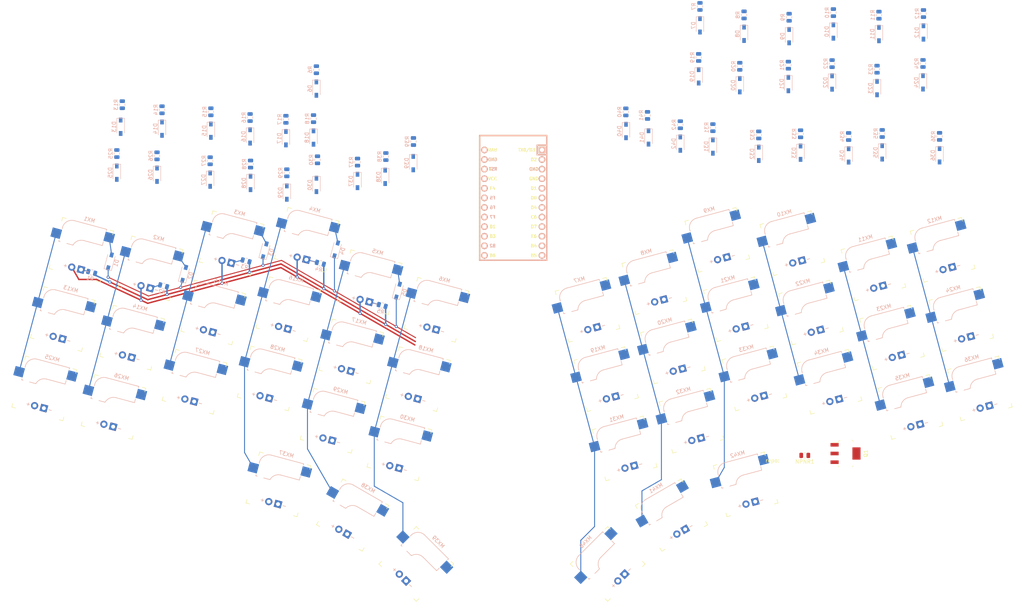
<source format=kicad_pcb>
(kicad_pcb (version 20171130) (host pcbnew "(5.1.6)-1")
  (title_block (title ErgoChoco) (date 2020-07-05) (rev v1.0) (comment 3 "License: CC BY-NC") (comment 4 "Author: u/Choco617"))
  (layers (0 F.Cu signal) (31 B.Cu signal) (34 B.Paste user) (35 F.Paste user) (36 B.SilkS user) (37 F.SilkS user) (38 B.Mask user) (39 F.Mask user) (44 Edge.Cuts user))
  (net 0 "")
  (net 1 GND)
  (net 2 +5V)
  (net 3 "Net-(D1-Pad2)")
  (net 4 ROW0)
  (net 5 "Net-(D2-Pad2)")
  (net 6 "Net-(D3-Pad2)")
  (net 7 "Net-(D4-Pad2)")
  (net 8 "Net-(D5-Pad2)")
  (net 9 "Net-(D6-Pad2)")
  (net 10 "Net-(D7-Pad2)")
  (net 11 "Net-(D8-Pad2)")
  (net 12 "Net-(D9-Pad2)")
  (net 13 "Net-(D10-Pad2)")
  (net 14 "Net-(D11-Pad2)")
  (net 15 "Net-(D12-Pad2)")
  (net 16 "Net-(D13-Pad2)")
  (net 17 ROW1)
  (net 18 "Net-(D14-Pad2)")
  (net 19 "Net-(D15-Pad2)")
  (net 20 "Net-(D16-Pad2)")
  (net 21 "Net-(D17-Pad2)")
  (net 22 "Net-(D18-Pad2)")
  (net 23 "Net-(D19-Pad2)")
  (net 24 "Net-(D20-Pad2)")
  (net 25 "Net-(D21-Pad2)")
  (net 26 "Net-(D22-Pad2)")
  (net 27 "Net-(D23-Pad2)")
  (net 28 "Net-(D24-Pad2)")
  (net 29 "Net-(D25-Pad2)")
  (net 30 ROW2)
  (net 31 "Net-(D26-Pad2)")
  (net 32 "Net-(D27-Pad2)")
  (net 33 "Net-(D28-Pad2)")
  (net 34 "Net-(D29-Pad2)")
  (net 35 "Net-(D30-Pad2)")
  (net 36 "Net-(D31-Pad2)")
  (net 37 "Net-(D32-Pad2)")
  (net 38 "Net-(D33-Pad2)")
  (net 39 "Net-(D34-Pad2)")
  (net 40 "Net-(D35-Pad2)")
  (net 41 "Net-(D36-Pad2)")
  (net 42 ROW3)
  (net 43 "Net-(D37-Pad2)")
  (net 44 "Net-(D38-Pad2)")
  (net 45 "Net-(D39-Pad2)")
  (net 46 "Net-(D40-Pad2)")
  (net 47 "Net-(D41-Pad2)")
  (net 48 "Net-(D42-Pad2)")
  (net 49 COL0)
  (net 50 "Net-(MX1-Pad4)")
  (net 51 "Net-(MX2-Pad4)")
  (net 52 COL1)
  (net 53 "Net-(MX3-Pad4)")
  (net 54 COL2)
  (net 55 "Net-(MX4-Pad4)")
  (net 56 COL3)
  (net 57 COL4)
  (net 58 "Net-(MX5-Pad4)")
  (net 59 COL5)
  (net 60 "Net-(MX6-Pad4)")
  (net 61 COL6)
  (net 62 "Net-(MX7-Pad4)")
  (net 63 COL7)
  (net 64 "Net-(MX8-Pad4)")
  (net 65 "Net-(MX9-Pad4)")
  (net 66 COL8)
  (net 67 COL9)
  (net 68 "Net-(MX10-Pad4)")
  (net 69 COL10)
  (net 70 "Net-(MX11-Pad4)")
  (net 71 "Net-(MX12-Pad4)")
  (net 72 COL11)
  (net 73 "Net-(MX13-Pad4)")
  (net 74 "Net-(MX14-Pad4)")
  (net 75 "Net-(MX15-Pad4)")
  (net 76 "Net-(MX16-Pad4)")
  (net 77 "Net-(MX17-Pad4)")
  (net 78 "Net-(MX18-Pad4)")
  (net 79 "Net-(MX19-Pad4)")
  (net 80 "Net-(MX20-Pad4)")
  (net 81 "Net-(MX21-Pad4)")
  (net 82 "Net-(MX22-Pad4)")
  (net 83 "Net-(MX23-Pad4)")
  (net 84 "Net-(MX24-Pad4)")
  (net 85 "Net-(MX25-Pad4)")
  (net 86 "Net-(MX26-Pad4)")
  (net 87 "Net-(MX27-Pad4)")
  (net 88 "Net-(MX28-Pad4)")
  (net 89 "Net-(MX29-Pad4)")
  (net 90 "Net-(MX30-Pad4)")
  (net 91 "Net-(MX31-Pad4)")
  (net 92 "Net-(MX32-Pad4)")
  (net 93 "Net-(MX33-Pad4)")
  (net 94 "Net-(MX34-Pad4)")
  (net 95 "Net-(MX35-Pad4)")
  (net 96 "Net-(MX36-Pad4)")
  (net 97 "Net-(MX37-Pad4)")
  (net 98 "Net-(MX38-Pad4)")
  (net 99 "Net-(MX39-Pad4)")
  (net 100 "Net-(MX40-Pad4)")
  (net 101 "Net-(MX41-Pad4)")
  (net 102 "Net-(MX42-Pad4)")
  (net 103 "Net-(NPNR1-Pad1)")
  (net 104 LEDPWM)
  (net 105 LEDGND)
  (net 106 "Net-(U1-Pad1)")
  (net 107 "Net-(U1-Pad12)")
  (net 108 "Net-(U1-Pad19)")
  (net 109 "Net-(U1-Pad20)")
  (net 110 "Net-(U1-Pad21)")
  (net 111 "Net-(U1-Pad22)")
  (net 112 "Net-(U1-Pad18)")
  (net 113 "Net-(U1-Pad24)")
  (net 114 "Net-(U1-Pad23)")
  (net 115 "Net-(U1-Pad17)")
  (net 116 "Net-(U1-Pad16)")
  (net 117 "Net-(U1-Pad15)")
  (net 118 "Net-(U1-Pad14)")
  (net 119 "Net-(U1-Pad13)")
  (net 120 "Net-(U1-Pad11)")
  (net 121 "Net-(U1-Pad10)")
  (net 122 "Net-(U1-Pad9)")
  (net 123 "Net-(U1-Pad8)")
  (net 124 "Net-(U1-Pad7)")
  (net 125 "Net-(U1-Pad6)")
  (net 126 "Net-(U1-Pad5)")
  (net 127 "Net-(U1-Pad4)")
  (net 128 "Net-(U1-Pad3)")
  (net 129 "Net-(U1-Pad2)")
  (module Choco617_parts:Kailh_socket_MX_PCBmount_LED_1U (layer F.Cu) (at 52.69259 68.90756 345)
    (fp_text reference MX2 (at 0 -8.255 165) (layer B.SilkS) (effects (justify mirror)))
    (fp_text value MX-LED)
    (fp_text user - (at 3 5.08 165) (layer B.SilkS))
    (fp_text user + (at -3 5.08 165) (layer B.SilkS))
    (pad "" np_thru_hole circle (at 5.08 0 33) (size 1.75 1.75) (drill 1.75) (layers *.Cu *.Mask))
    (pad "" np_thru_hole circle (at -5.08 0 33) (size 1.75 1.75) (drill 1.75) (layers *.Cu *.Mask))
    (pad 4 thru_hole rect (at 1.27 5.08 345) (size 1.905 1.905) (drill 1.04) (layers *.Cu B.Mask) (net 51 "Net-(MX2-Pad4)"))
    (pad 3 thru_hole circle (at -1.27 5.08 345) (size 1.905 1.905) (drill 1.04) (layers *.Cu B.Mask) (net 2 +5V))
    (pad 1 smd rect (at -7.56 -2.54 345) (size 2.55 2.5) (layers B.Cu B.Paste B.Mask) (net 52 COL1))
    (pad "" np_thru_hole circle (at 0 0 345) (size 3.9878 3.9878) (drill 3.9878) (layers *.Cu *.Mask))
    (pad "" np_thru_hole circle (at -3.81 -2.54 345) (size 3 3) (drill 3) (layers *.Cu *.Mask))
    (pad "" np_thru_hole circle (at 2.54 -5.08 345) (size 3 3) (drill 3) (layers *.Cu *.Mask))
    (pad 2 smd rect (at 6.29 -5.08 345) (size 2.55 2.5) (layers B.Cu B.Paste B.Mask) (net 5 "Net-(D2-Pad2)"))
  )
  (module Choco617_parts:Kailh_socket_MX_PCBmount_LED_1U (layer F.Cu) (at 34.34 63.99 345)
    (fp_text reference MX1 (at 0 -8.255 165) (layer B.SilkS) (effects (justify mirror)))
    (fp_text value MX-LED)
    (fp_text user - (at 3 5.08 165) (layer B.SilkS))
    (fp_text user + (at -3 5.08 165) (layer B.SilkS))
    (pad "" np_thru_hole circle (at 5.08 0 33) (size 1.75 1.75) (drill 1.75) (layers *.Cu *.Mask))
    (pad "" np_thru_hole circle (at -5.08 0 33) (size 1.75 1.75) (drill 1.75) (layers *.Cu *.Mask))
    (pad 4 thru_hole rect (at 1.27 5.08 345) (size 1.905 1.905) (drill 1.04) (layers *.Cu B.Mask) (net 50 "Net-(MX1-Pad4)"))
    (pad 3 thru_hole circle (at -1.27 5.08 345) (size 1.905 1.905) (drill 1.04) (layers *.Cu B.Mask) (net 2 +5V))
    (pad 1 smd rect (at -7.56 -2.54 345) (size 2.55 2.5) (layers B.Cu B.Paste B.Mask) (net 49 COL0))
    (pad "" np_thru_hole circle (at 0 0 345) (size 3.9878 3.9878) (drill 3.9878) (layers *.Cu *.Mask))
    (pad "" np_thru_hole circle (at -3.81 -2.54 345) (size 3 3) (drill 3) (layers *.Cu *.Mask))
    (pad "" np_thru_hole circle (at 2.54 -5.08 345) (size 3 3) (drill 3) (layers *.Cu *.Mask))
    (pad 2 smd rect (at 6.29 -5.08 345) (size 2.55 2.5) (layers B.Cu B.Paste B.Mask) (net 3 "Net-(D1-Pad2)"))
  )
  (module Choco617_parts:D_SOD-123-HandSolder (layer B.Cu) (at 193.01883 35.851281 270)
    (fp_text reference D42 (at 0 1.75 270) (layer B.SilkS) (effects (justify mirror)))
    (fp_text value SOD-123)
    (pad 2 smd rect (at 1.775 0 270) (size 1.3 0.95) (layers B.Cu B.Paste B.Mask) (net 48 "Net-(D42-Pad2)"))
    (pad 1 smd rect (at -1.775 0 270) (size 1.3 0.95) (layers B.Cu B.Paste B.Mask) (net 42 ROW3))
  )
  (module Choco617_parts:D_SOD-123-HandSolder (layer B.Cu) (at 184.597896 34.209317 270)
    (fp_text reference D41 (at 0 1.75 270) (layer B.SilkS) (effects (justify mirror)))
    (fp_text value SOD-123)
    (pad 2 smd rect (at 1.775 0 270) (size 1.3 0.95) (layers B.Cu B.Paste B.Mask) (net 47 "Net-(D41-Pad2)"))
    (pad 1 smd rect (at -1.775 0 270) (size 1.3 0.95) (layers B.Cu B.Paste B.Mask) (net 42 ROW3))
  )
  (module Choco617_parts:D_SOD-123-HandSolder (layer B.Cu) (at 178.632687 32.513699 270)
    (fp_text reference D40 (at 0 1.75 270) (layer B.SilkS) (effects (justify mirror)))
    (fp_text value SOD-123)
    (pad 2 smd rect (at 1.775 0 270) (size 1.3 0.95) (layers B.Cu B.Paste B.Mask) (net 46 "Net-(D40-Pad2)"))
    (pad 1 smd rect (at -1.775 0 270) (size 1.3 0.95) (layers B.Cu B.Paste B.Mask) (net 42 ROW3))
  )
  (module Choco617_parts:D_SOD-123-HandSolder (layer B.Cu) (at 122.271524 41.014524 270)
    (fp_text reference D39 (at 0 1.75 270) (layer B.SilkS) (effects (justify mirror)))
    (fp_text value SOD-123)
    (pad 2 smd rect (at 1.775 0 270) (size 1.3 0.95) (layers B.Cu B.Paste B.Mask) (net 45 "Net-(D39-Pad2)"))
    (pad 1 smd rect (at -1.775 0 270) (size 1.3 0.95) (layers B.Cu B.Paste B.Mask) (net 42 ROW3))
  )
  (module Choco617_parts:D_SOD-123-HandSolder (layer B.Cu) (at 114.831079 44.655328 270)
    (fp_text reference D38 (at 0 1.75 270) (layer B.SilkS) (effects (justify mirror)))
    (fp_text value SOD-123)
    (pad 2 smd rect (at 1.775 0 270) (size 1.3 0.95) (layers B.Cu B.Paste B.Mask) (net 44 "Net-(D38-Pad2)"))
    (pad 1 smd rect (at -1.775 0 270) (size 1.3 0.95) (layers B.Cu B.Paste B.Mask) (net 42 ROW3))
  )
  (module Choco617_parts:D_SOD-123-HandSolder (layer B.Cu) (at 107.505654 45.74443 270)
    (fp_text reference D37 (at 0 1.75 270) (layer B.SilkS) (effects (justify mirror)))
    (fp_text value SOD-123)
    (pad 2 smd rect (at 1.775 0 270) (size 1.3 0.95) (layers B.Cu B.Paste B.Mask) (net 43 "Net-(D37-Pad2)"))
    (pad 1 smd rect (at -1.775 0 270) (size 1.3 0.95) (layers B.Cu B.Paste B.Mask) (net 42 ROW3))
  )
  (module Choco617_parts:D_SOD-123-HandSolder (layer B.Cu) (at 261.697806 38.937971 270)
    (fp_text reference D36 (at 0 1.75 270) (layer B.SilkS) (effects (justify mirror)))
    (fp_text value SOD-123)
    (pad 2 smd rect (at 1.775 0 270) (size 1.3 0.95) (layers B.Cu B.Paste B.Mask) (net 41 "Net-(D36-Pad2)"))
    (pad 1 smd rect (at -1.775 0 270) (size 1.3 0.95) (layers B.Cu B.Paste B.Mask) (net 30 ROW2))
  )
  (module Choco617_parts:D_SOD-123-HandSolder (layer B.Cu) (at 246.498699 38.170434 270)
    (fp_text reference D35 (at 0 1.75 270) (layer B.SilkS) (effects (justify mirror)))
    (fp_text value SOD-123)
    (pad 2 smd rect (at 1.775 0 270) (size 1.3 0.95) (layers B.Cu B.Paste B.Mask) (net 40 "Net-(D35-Pad2)"))
    (pad 1 smd rect (at -1.775 0 270) (size 1.3 0.95) (layers B.Cu B.Paste B.Mask) (net 30 ROW2))
  )
  (module Choco617_parts:D_SOD-123-HandSolder (layer B.Cu) (at 237.60922 38.970838 270)
    (fp_text reference D34 (at 0 1.75 270) (layer B.SilkS) (effects (justify mirror)))
    (fp_text value SOD-123)
    (pad 2 smd rect (at 1.775 0 270) (size 1.3 0.95) (layers B.Cu B.Paste B.Mask) (net 39 "Net-(D34-Pad2)"))
    (pad 1 smd rect (at -1.775 0 270) (size 1.3 0.95) (layers B.Cu B.Paste B.Mask) (net 30 ROW2))
  )
  (module Choco617_parts:D_SOD-123-HandSolder (layer B.Cu) (at 224.875344 38.250876 270)
    (fp_text reference D33 (at 0 1.75 270) (layer B.SilkS) (effects (justify mirror)))
    (fp_text value SOD-123)
    (pad 2 smd rect (at 1.775 0 270) (size 1.3 0.95) (layers B.Cu B.Paste B.Mask) (net 38 "Net-(D33-Pad2)"))
    (pad 1 smd rect (at -1.775 0 270) (size 1.3 0.95) (layers B.Cu B.Paste B.Mask) (net 30 ROW2))
  )
  (module Choco617_parts:D_SOD-123-HandSolder (layer B.Cu) (at 213.803079 38.553552 270)
    (fp_text reference D32 (at 0 1.75 270) (layer B.SilkS) (effects (justify mirror)))
    (fp_text value SOD-123)
    (pad 2 smd rect (at 1.775 0 270) (size 1.3 0.95) (layers B.Cu B.Paste B.Mask) (net 37 "Net-(D32-Pad2)"))
    (pad 1 smd rect (at -1.775 0 270) (size 1.3 0.95) (layers B.Cu B.Paste B.Mask) (net 30 ROW2))
  )
  (module Choco617_parts:D_SOD-123-HandSolder (layer B.Cu) (at 201.647814 36.623768 270)
    (fp_text reference D31 (at 0 1.75 270) (layer B.SilkS) (effects (justify mirror)))
    (fp_text value SOD-123)
    (pad 2 smd rect (at 1.775 0 270) (size 1.3 0.95) (layers B.Cu B.Paste B.Mask) (net 36 "Net-(D31-Pad2)"))
    (pad 1 smd rect (at -1.775 0 270) (size 1.3 0.95) (layers B.Cu B.Paste B.Mask) (net 30 ROW2))
  )
  (module Choco617_parts:D_SOD-123-HandSolder (layer B.Cu) (at 96.621358 46.792985 270)
    (fp_text reference D30 (at 0 1.75 270) (layer B.SilkS) (effects (justify mirror)))
    (fp_text value SOD-123)
    (pad 2 smd rect (at 1.775 0 270) (size 1.3 0.95) (layers B.Cu B.Paste B.Mask) (net 35 "Net-(D30-Pad2)"))
    (pad 1 smd rect (at -1.775 0 270) (size 1.3 0.95) (layers B.Cu B.Paste B.Mask) (net 30 ROW2))
  )
  (module Choco617_parts:D_SOD-123-HandSolder (layer B.Cu) (at 88.777246 48.818664 270)
    (fp_text reference D29 (at 0 1.75 270) (layer B.SilkS) (effects (justify mirror)))
    (fp_text value SOD-123)
    (pad 2 smd rect (at 1.775 0 270) (size 1.3 0.95) (layers B.Cu B.Paste B.Mask) (net 34 "Net-(D29-Pad2)"))
    (pad 1 smd rect (at -1.775 0 270) (size 1.3 0.95) (layers B.Cu B.Paste B.Mask) (net 30 ROW2))
  )
  (module Choco617_parts:D_SOD-123-HandSolder (layer B.Cu) (at 79.167955 46.268207 270)
    (fp_text reference D28 (at 0 1.75 270) (layer B.SilkS) (effects (justify mirror)))
    (fp_text value SOD-123)
    (pad 2 smd rect (at 1.775 0 270) (size 1.3 0.95) (layers B.Cu B.Paste B.Mask) (net 33 "Net-(D28-Pad2)"))
    (pad 1 smd rect (at -1.775 0 270) (size 1.3 0.95) (layers B.Cu B.Paste B.Mask) (net 30 ROW2))
  )
  (module Choco617_parts:D_SOD-123-HandSolder (layer B.Cu) (at 68.469356 45.393518 270)
    (fp_text reference D27 (at 0 1.75 270) (layer B.SilkS) (effects (justify mirror)))
    (fp_text value SOD-123)
    (pad 2 smd rect (at 1.775 0 270) (size 1.3 0.95) (layers B.Cu B.Paste B.Mask) (net 32 "Net-(D27-Pad2)"))
    (pad 1 smd rect (at -1.775 0 270) (size 1.3 0.95) (layers B.Cu B.Paste B.Mask) (net 30 ROW2))
  )
  (module Choco617_parts:D_SOD-123-HandSolder (layer B.Cu) (at 54.390486 44.092406 270)
    (fp_text reference D26 (at 0 1.75 270) (layer B.SilkS) (effects (justify mirror)))
    (fp_text value SOD-123)
    (pad 2 smd rect (at 1.775 0 270) (size 1.3 0.95) (layers B.Cu B.Paste B.Mask) (net 31 "Net-(D26-Pad2)"))
    (pad 1 smd rect (at -1.775 0 270) (size 1.3 0.95) (layers B.Cu B.Paste B.Mask) (net 30 ROW2))
  )
  (module Choco617_parts:D_SOD-123-HandSolder (layer B.Cu) (at 43.734377 43.547736 270)
    (fp_text reference D25 (at 0 1.75 270) (layer B.SilkS) (effects (justify mirror)))
    (fp_text value SOD-123)
    (pad 2 smd rect (at 1.775 0 270) (size 1.3 0.95) (layers B.Cu B.Paste B.Mask) (net 29 "Net-(D25-Pad2)"))
    (pad 1 smd rect (at -1.775 0 270) (size 1.3 0.95) (layers B.Cu B.Paste B.Mask) (net 30 ROW2))
  )
  (module Choco617_parts:D_SOD-123-HandSolder (layer B.Cu) (at 257.310338 19.619627 270)
    (fp_text reference D24 (at 0 1.75 270) (layer B.SilkS) (effects (justify mirror)))
    (fp_text value SOD-123)
    (pad 2 smd rect (at 1.775 0 270) (size 1.3 0.95) (layers B.Cu B.Paste B.Mask) (net 28 "Net-(D24-Pad2)"))
    (pad 1 smd rect (at -1.775 0 270) (size 1.3 0.95) (layers B.Cu B.Paste B.Mask) (net 17 ROW1))
  )
  (module Choco617_parts:D_SOD-123-HandSolder (layer B.Cu) (at 245.136553 21.138752 270)
    (fp_text reference D23 (at 0 1.75 270) (layer B.SilkS) (effects (justify mirror)))
    (fp_text value SOD-123)
    (pad 2 smd rect (at 1.775 0 270) (size 1.3 0.95) (layers B.Cu B.Paste B.Mask) (net 27 "Net-(D23-Pad2)"))
    (pad 1 smd rect (at -1.775 0 270) (size 1.3 0.95) (layers B.Cu B.Paste B.Mask) (net 17 ROW1))
  )
  (module Choco617_parts:D_SOD-123-HandSolder (layer B.Cu) (at 233.22434 19.662153 270)
    (fp_text reference D22 (at 0 1.75 270) (layer B.SilkS) (effects (justify mirror)))
    (fp_text value SOD-123)
    (pad 2 smd rect (at 1.775 0 270) (size 1.3 0.95) (layers B.Cu B.Paste B.Mask) (net 26 "Net-(D22-Pad2)"))
    (pad 1 smd rect (at -1.775 0 270) (size 1.3 0.95) (layers B.Cu B.Paste B.Mask) (net 17 ROW1))
  )
  (module Choco617_parts:D_SOD-123-HandSolder (layer B.Cu) (at 221.643441 20.071712 270)
    (fp_text reference D21 (at 0 1.75 270) (layer B.SilkS) (effects (justify mirror)))
    (fp_text value SOD-123)
    (pad 2 smd rect (at 1.775 0 270) (size 1.3 0.95) (layers B.Cu B.Paste B.Mask) (net 25 "Net-(D21-Pad2)"))
    (pad 1 smd rect (at -1.775 0 270) (size 1.3 0.95) (layers B.Cu B.Paste B.Mask) (net 17 ROW1))
  )
  (module Choco617_parts:D_SOD-123-HandSolder (layer B.Cu) (at 208.77545 20.372707 270)
    (fp_text reference D20 (at 0 1.75 270) (layer B.SilkS) (effects (justify mirror)))
    (fp_text value SOD-123)
    (pad 2 smd rect (at 1.775 0 270) (size 1.3 0.95) (layers B.Cu B.Paste B.Mask) (net 24 "Net-(D20-Pad2)"))
    (pad 1 smd rect (at -1.775 0 270) (size 1.3 0.95) (layers B.Cu B.Paste B.Mask) (net 17 ROW1))
  )
  (module Choco617_parts:D_SOD-123-HandSolder (layer B.Cu) (at 197.882794 18.023392 270)
    (fp_text reference D19 (at 0 1.75 270) (layer B.SilkS) (effects (justify mirror)))
    (fp_text value SOD-123)
    (pad 2 smd rect (at 1.775 0 270) (size 1.3 0.95) (layers B.Cu B.Paste B.Mask) (net 23 "Net-(D19-Pad2)"))
    (pad 1 smd rect (at -1.775 0 270) (size 1.3 0.95) (layers B.Cu B.Paste B.Mask) (net 17 ROW1))
  )
  (module Choco617_parts:D_SOD-123-HandSolder (layer B.Cu) (at 95.851037 34.237845 270)
    (fp_text reference D18 (at 0 1.75 270) (layer B.SilkS) (effects (justify mirror)))
    (fp_text value SOD-123)
    (pad 2 smd rect (at 1.775 0 270) (size 1.3 0.95) (layers B.Cu B.Paste B.Mask) (net 22 "Net-(D18-Pad2)"))
    (pad 1 smd rect (at -1.775 0 270) (size 1.3 0.95) (layers B.Cu B.Paste B.Mask) (net 17 ROW1))
  )
  (module Choco617_parts:D_SOD-123-HandSolder (layer B.Cu) (at 88.536876 34.413359 270)
    (fp_text reference D17 (at 0 1.75 270) (layer B.SilkS) (effects (justify mirror)))
    (fp_text value SOD-123)
    (pad 2 smd rect (at 1.775 0 270) (size 1.3 0.95) (layers B.Cu B.Paste B.Mask) (net 21 "Net-(D17-Pad2)"))
    (pad 1 smd rect (at -1.775 0 270) (size 1.3 0.95) (layers B.Cu B.Paste B.Mask) (net 17 ROW1))
  )
  (module Choco617_parts:D_SOD-123-HandSolder (layer B.Cu) (at 79.048538 33.944558 270)
    (fp_text reference D16 (at 0 1.75 270) (layer B.SilkS) (effects (justify mirror)))
    (fp_text value SOD-123)
    (pad 2 smd rect (at 1.775 0 270) (size 1.3 0.95) (layers B.Cu B.Paste B.Mask) (net 20 "Net-(D16-Pad2)"))
    (pad 1 smd rect (at -1.775 0 270) (size 1.3 0.95) (layers B.Cu B.Paste B.Mask) (net 17 ROW1))
  )
  (module Choco617_parts:D_SOD-123-HandSolder (layer B.Cu) (at 68.657809 32.419761 270)
    (fp_text reference D15 (at 0 1.75 270) (layer B.SilkS) (effects (justify mirror)))
    (fp_text value SOD-123)
    (pad 2 smd rect (at 1.775 0 270) (size 1.3 0.95) (layers B.Cu B.Paste B.Mask) (net 19 "Net-(D15-Pad2)"))
    (pad 1 smd rect (at -1.775 0 270) (size 1.3 0.95) (layers B.Cu B.Paste B.Mask) (net 17 ROW1))
  )
  (module Choco617_parts:D_SOD-123-HandSolder (layer B.Cu) (at 55.713536 31.888298 270)
    (fp_text reference D14 (at 0 1.75 270) (layer B.SilkS) (effects (justify mirror)))
    (fp_text value SOD-123)
    (pad 2 smd rect (at 1.775 0 270) (size 1.3 0.95) (layers B.Cu B.Paste B.Mask) (net 18 "Net-(D14-Pad2)"))
    (pad 1 smd rect (at -1.775 0 270) (size 1.3 0.95) (layers B.Cu B.Paste B.Mask) (net 17 ROW1))
  )
  (module Choco617_parts:D_SOD-123-HandSolder (layer B.Cu) (at 44.762927 31.383975 270)
    (fp_text reference D13 (at 0 1.75 270) (layer B.SilkS) (effects (justify mirror)))
    (fp_text value SOD-123)
    (pad 2 smd rect (at 1.775 0 270) (size 1.3 0.95) (layers B.Cu B.Paste B.Mask) (net 16 "Net-(D13-Pad2)"))
    (pad 1 smd rect (at -1.775 0 270) (size 1.3 0.95) (layers B.Cu B.Paste B.Mask) (net 17 ROW1))
  )
  (module Choco617_parts:D_SOD-123-HandSolder (layer B.Cu) (at 257.430857 6.40142 270)
    (fp_text reference D12 (at 0 1.75 270) (layer B.SilkS) (effects (justify mirror)))
    (fp_text value SOD-123)
    (pad 2 smd rect (at 1.775 0 270) (size 1.3 0.95) (layers B.Cu B.Paste B.Mask) (net 15 "Net-(D12-Pad2)"))
    (pad 1 smd rect (at -1.775 0 270) (size 1.3 0.95) (layers B.Cu B.Paste B.Mask) (net 4 ROW0))
  )
  (module Choco617_parts:D_SOD-123-HandSolder (layer B.Cu) (at 245.641002 6.82678 270)
    (fp_text reference D11 (at 0 1.75 270) (layer B.SilkS) (effects (justify mirror)))
    (fp_text value SOD-123)
    (pad 2 smd rect (at 1.775 0 270) (size 1.3 0.95) (layers B.Cu B.Paste B.Mask) (net 14 "Net-(D11-Pad2)"))
    (pad 1 smd rect (at -1.775 0 270) (size 1.3 0.95) (layers B.Cu B.Paste B.Mask) (net 4 ROW0))
  )
  (module Choco617_parts:D_SOD-123-HandSolder (layer B.Cu) (at 233.569604 6.151053 270)
    (fp_text reference D10 (at 0 1.75 270) (layer B.SilkS) (effects (justify mirror)))
    (fp_text value SOD-123)
    (pad 2 smd rect (at 1.775 0 270) (size 1.3 0.95) (layers B.Cu B.Paste B.Mask) (net 13 "Net-(D10-Pad2)"))
    (pad 1 smd rect (at -1.775 0 270) (size 1.3 0.95) (layers B.Cu B.Paste B.Mask) (net 4 ROW0))
  )
  (module Choco617_parts:D_SOD-123-HandSolder (layer B.Cu) (at 221.844356 7.378214 270)
    (fp_text reference D9 (at 0 1.75 270) (layer B.SilkS) (effects (justify mirror)))
    (fp_text value SOD-123)
    (pad 2 smd rect (at 1.775 0 270) (size 1.3 0.95) (layers B.Cu B.Paste B.Mask) (net 12 "Net-(D9-Pad2)"))
    (pad 1 smd rect (at -1.775 0 270) (size 1.3 0.95) (layers B.Cu B.Paste B.Mask) (net 4 ROW0))
  )
  (module Choco617_parts:D_SOD-123-HandSolder (layer B.Cu) (at 209.906831 6.756796 270)
    (fp_text reference D8 (at 0 1.75 270) (layer B.SilkS) (effects (justify mirror)))
    (fp_text value SOD-123)
    (pad 2 smd rect (at 1.775 0 270) (size 1.3 0.95) (layers B.Cu B.Paste B.Mask) (net 11 "Net-(D8-Pad2)"))
    (pad 1 smd rect (at -1.775 0 270) (size 1.3 0.95) (layers B.Cu B.Paste B.Mask) (net 4 ROW0))
  )
  (module Choco617_parts:D_SOD-123-HandSolder (layer B.Cu) (at 198.228058 4.512292 270)
    (fp_text reference D7 (at 0 1.75 270) (layer B.SilkS) (effects (justify mirror)))
    (fp_text value SOD-123)
    (pad 2 smd rect (at 1.775 0 270) (size 1.3 0.95) (layers B.Cu B.Paste B.Mask) (net 10 "Net-(D7-Pad2)"))
    (pad 1 smd rect (at -1.775 0 270) (size 1.3 0.95) (layers B.Cu B.Paste B.Mask) (net 4 ROW0))
  )
  (module Choco617_parts:D_SOD-123-HandSolder (layer B.Cu) (at 96.608959 21.275152 270)
    (fp_text reference D6 (at 0 1.75 270) (layer B.SilkS) (effects (justify mirror)))
    (fp_text value SOD-123)
    (pad 2 smd rect (at 1.775 0 270) (size 1.3 0.95) (layers B.Cu B.Paste B.Mask) (net 9 "Net-(D6-Pad2)"))
    (pad 1 smd rect (at -1.775 0 270) (size 1.3 0.95) (layers B.Cu B.Paste B.Mask) (net 4 ROW0))
  )
  (module Choco617_parts:D_SOD-123-HandSolder (layer B.Cu) (at 118.237 74.803 75)
    (fp_text reference D5 (at 0 1.75 255) (layer B.SilkS) (effects (justify mirror)))
    (fp_text value SOD-123)
    (pad 2 smd rect (at 1.775 0 75) (size 1.3 0.95) (layers B.Cu B.Paste B.Mask) (net 8 "Net-(D5-Pad2)"))
    (pad 1 smd rect (at -1.775 0 75) (size 1.3 0.95) (layers B.Cu B.Paste B.Mask) (net 4 ROW0))
  )
  (module Choco617_parts:D_SOD-123-HandSolder (layer B.Cu) (at 101.854 63.881 75)
    (fp_text reference D4 (at 0 1.75 255) (layer B.SilkS) (effects (justify mirror)))
    (fp_text value SOD-123)
    (pad 2 smd rect (at 1.775 0 75) (size 1.3 0.95) (layers B.Cu B.Paste B.Mask) (net 7 "Net-(D4-Pad2)"))
    (pad 1 smd rect (at -1.775 0 75) (size 1.3 0.95) (layers B.Cu B.Paste B.Mask) (net 4 ROW0))
  )
  (module Choco617_parts:D_SOD-123-HandSolder (layer B.Cu) (at 82.931 64.135 75)
    (fp_text reference D3 (at 0 1.75 255) (layer B.SilkS) (effects (justify mirror)))
    (fp_text value SOD-123)
    (pad 2 smd rect (at 1.775 0 75) (size 1.3 0.95) (layers B.Cu B.Paste B.Mask) (net 6 "Net-(D3-Pad2)"))
    (pad 1 smd rect (at -1.775 0 75) (size 1.3 0.95) (layers B.Cu B.Paste B.Mask) (net 4 ROW0))
  )
  (module Choco617_parts:D_SOD-123-HandSolder (layer B.Cu) (at 61.595 70.358 75)
    (fp_text reference D2 (at 0 1.75 255) (layer B.SilkS) (effects (justify mirror)))
    (fp_text value SOD-123)
    (pad 2 smd rect (at 1.775 0 75) (size 1.3 0.95) (layers B.Cu B.Paste B.Mask) (net 5 "Net-(D2-Pad2)"))
    (pad 1 smd rect (at -1.775 0 75) (size 1.3 0.95) (layers B.Cu B.Paste B.Mask) (net 4 ROW0))
  )
  (module Choco617_parts:D_SOD-123-HandSolder (layer B.Cu) (at 41.91 67.056 75)
    (fp_text reference D1 (at 0 1.75 255) (layer B.SilkS) (effects (justify mirror)))
    (fp_text value SOD-123)
    (pad 2 smd rect (at 1.775 0 75) (size 1.3 0.95) (layers B.Cu B.Paste B.Mask) (net 3 "Net-(D1-Pad2)"))
    (pad 1 smd rect (at -1.775 0 75) (size 1.3 0.95) (layers B.Cu B.Paste B.Mask) (net 4 ROW0))
  )
  (module Keebio-Parts:ArduinoProMicro (layer B.Cu) (at 148.75 51.5 270)
    (fp_text reference U1 hide)
    (fp_text value ProMicro hide)
    (fp_text user ST (at -8.92 5.73312) (layer B.SilkS) (effects (font (size 0.8 0.8)) (justify mirror)))
    (fp_text user TX0/D3 (at -13.97 -3.571872) (layer F.SilkS) (effects (font (size 0.8 0.8))))
    (fp_text user TX0/D3 (at -13.97 -3.571872 180) (layer F.SilkS) (effects (font (size 0.8 0.8))))
    (fp_text user D2 (at -11.43 -5.461) (layer F.SilkS) (effects (font (size 0.8 0.8))))
    (fp_text user D0 (at -1.27 -5.461) (layer F.SilkS) (effects (font (size 0.8 0.8))))
    (fp_text user D1 (at -3.81 -5.461) (layer F.SilkS) (effects (font (size 0.8 0.8))))
    (fp_text user GND (at -6.35 -5.461) (layer F.SilkS) (effects (font (size 0.8 0.8))))
    (fp_text user GND (at -8.89 -5.461 180) (layer B.SilkS) (effects (font (size 0.8 0.8)) (justify mirror)))
    (fp_text user D4 (at 1.27 -5.461) (layer F.SilkS) (effects (font (size 0.8 0.8))))
    (fp_text user C6 (at 3.81 -5.461) (layer F.SilkS) (effects (font (size 0.8 0.8))))
    (fp_text user D7 (at 6.35 -5.461) (layer F.SilkS) (effects (font (size 0.8 0.8))))
    (fp_text user E6 (at 8.89 -5.461) (layer F.SilkS) (effects (font (size 0.8 0.8))))
    (fp_text user B4 (at 11.43 -5.461) (layer F.SilkS) (effects (font (size 0.8 0.8))))
    (fp_text user B5 (at 13.97 -5.461) (layer F.SilkS) (effects (font (size 0.8 0.8))))
    (fp_text user B6 (at 13.97 5.461) (layer F.SilkS) (effects (font (size 0.8 0.8))))
    (fp_text user B2 (at 11.43 5.461) (layer B.SilkS) (effects (font (size 0.8 0.8)) (justify mirror)))
    (fp_text user B3 (at 8.89 5.461) (layer F.SilkS) (effects (font (size 0.8 0.8))))
    (fp_text user B1 (at 6.35 5.461) (layer F.SilkS) (effects (font (size 0.8 0.8))))
    (fp_text user F7 (at 3.81 5.461) (layer B.SilkS) (effects (font (size 0.8 0.8)) (justify mirror)))
    (fp_text user F6 (at 1.27 5.461) (layer B.SilkS) (effects (font (size 0.8 0.8)) (justify mirror)))
    (fp_text user F5 (at -1.27 5.461) (layer B.SilkS) (effects (font (size 0.8 0.8)) (justify mirror)))
    (fp_text user F4 (at -3.81 5.461) (layer F.SilkS) (effects (font (size 0.8 0.8))))
    (fp_text user VCC (at -6.35 5.461) (layer F.SilkS) (effects (font (size 0.8 0.8))))
    (fp_text user ST (at -8.92 5.73312 180) (layer B.SilkS) (effects (font (size 0.8 0.8)) (justify mirror)))
    (fp_text user GND (at -11.43 5.461 180) (layer B.SilkS) (effects (font (size 0.8 0.8)) (justify mirror)))
    (fp_text user RAW (at -13.97 5.461) (layer F.SilkS) (effects (font (size 0.8 0.8))))
    (fp_text user RAW (at -13.97 5.461 180) (layer F.SilkS) (effects (font (size 0.8 0.8))))
    (fp_text user GND (at -11.43 5.461 180) (layer F.SilkS) (effects (font (size 0.8 0.8))))
    (fp_text user VCC (at -6.35 5.461 180) (layer F.SilkS) (effects (font (size 0.8 0.8))))
    (fp_text user F4 (at -3.81 5.461 180) (layer F.SilkS) (effects (font (size 0.8 0.8))))
    (fp_text user F5 (at -1.27 5.461 180) (layer B.SilkS) (effects (font (size 0.8 0.8)) (justify mirror)))
    (fp_text user F6 (at 1.27 5.461 180) (layer B.SilkS) (effects (font (size 0.8 0.8)) (justify mirror)))
    (fp_text user F7 (at 3.81 5.461 180) (layer B.SilkS) (effects (font (size 0.8 0.8)) (justify mirror)))
    (fp_text user B1 (at 6.35 5.461 180) (layer F.SilkS) (effects (font (size 0.8 0.8))))
    (fp_text user B3 (at 8.89 5.461 180) (layer F.SilkS) (effects (font (size 0.8 0.8))))
    (fp_text user B2 (at 11.43 5.461 180) (layer B.SilkS) (effects (font (size 0.8 0.8)) (justify mirror)))
    (fp_text user B6 (at 13.97 5.461 180) (layer F.SilkS) (effects (font (size 0.8 0.8))))
    (fp_text user B5 (at 13.97 -5.461 180) (layer F.SilkS) (effects (font (size 0.8 0.8))))
    (fp_text user B4 (at 11.43 -5.461 180) (layer F.SilkS) (effects (font (size 0.8 0.8))))
    (fp_text user E6 (at 8.89 -5.461 180) (layer F.SilkS) (effects (font (size 0.8 0.8))))
    (fp_text user D7 (at 6.35 -5.461 180) (layer F.SilkS) (effects (font (size 0.8 0.8))))
    (fp_text user C6 (at 3.81 -5.461 180) (layer F.SilkS) (effects (font (size 0.8 0.8))))
    (fp_text user D4 (at 1.27 -5.461 180) (layer F.SilkS) (effects (font (size 0.8 0.8))))
    (fp_text user GND (at -8.89 -5.461 180) (layer F.SilkS) (effects (font (size 0.8 0.8))))
    (fp_text user GND (at -6.35 -5.461 180) (layer F.SilkS) (effects (font (size 0.8 0.8))))
    (fp_text user D1 (at -3.81 -5.461 180) (layer F.SilkS) (effects (font (size 0.8 0.8))))
    (fp_text user D0 (at -1.27 -5.461 180) (layer F.SilkS) (effects (font (size 0.8 0.8))))
    (fp_text user D2 (at -11.43 -5.461 180) (layer F.SilkS) (effects (font (size 0.8 0.8))))
    (pad 24 thru_hole circle (at -13.97 7.62 270) (size 1.7526 1.7526) (drill 1.0922) (layers *.Cu *.SilkS *.Mask) (net 113 "Net-(U1-Pad24)"))
    (pad 12 thru_hole circle (at 13.97 -7.62 270) (size 1.7526 1.7526) (drill 1.0922) (layers *.Cu *.SilkS *.Mask) (net 107 "Net-(U1-Pad12)"))
    (pad 23 thru_hole circle (at -11.43 7.62 270) (size 1.7526 1.7526) (drill 1.0922) (layers *.Cu *.SilkS *.Mask) (net 114 "Net-(U1-Pad23)"))
    (pad 22 thru_hole circle (at -8.89 7.62 270) (size 1.7526 1.7526) (drill 1.0922) (layers *.Cu *.SilkS *.Mask) (net 111 "Net-(U1-Pad22)"))
    (pad 21 thru_hole circle (at -6.35 7.62 270) (size 1.7526 1.7526) (drill 1.0922) (layers *.Cu *.SilkS *.Mask) (net 110 "Net-(U1-Pad21)"))
    (pad 20 thru_hole circle (at -3.81 7.62 270) (size 1.7526 1.7526) (drill 1.0922) (layers *.Cu *.SilkS *.Mask) (net 109 "Net-(U1-Pad20)"))
    (pad 19 thru_hole circle (at -1.27 7.62 270) (size 1.7526 1.7526) (drill 1.0922) (layers *.Cu *.SilkS *.Mask) (net 108 "Net-(U1-Pad19)"))
    (pad 18 thru_hole circle (at 1.27 7.62 270) (size 1.7526 1.7526) (drill 1.0922) (layers *.Cu *.SilkS *.Mask) (net 112 "Net-(U1-Pad18)"))
    (pad 17 thru_hole circle (at 3.81 7.62 270) (size 1.7526 1.7526) (drill 1.0922) (layers *.Cu *.SilkS *.Mask) (net 115 "Net-(U1-Pad17)"))
    (pad 16 thru_hole circle (at 6.35 7.62 270) (size 1.7526 1.7526) (drill 1.0922) (layers *.Cu *.SilkS *.Mask) (net 116 "Net-(U1-Pad16)"))
    (pad 15 thru_hole circle (at 8.89 7.62 270) (size 1.7526 1.7526) (drill 1.0922) (layers *.Cu *.SilkS *.Mask) (net 117 "Net-(U1-Pad15)"))
    (pad 14 thru_hole circle (at 11.43 7.62 270) (size 1.7526 1.7526) (drill 1.0922) (layers *.Cu *.SilkS *.Mask) (net 118 "Net-(U1-Pad14)"))
    (pad 13 thru_hole circle (at 13.97 7.62 270) (size 1.7526 1.7526) (drill 1.0922) (layers *.Cu *.SilkS *.Mask) (net 119 "Net-(U1-Pad13)"))
    (pad 11 thru_hole circle (at 11.43 -7.62 270) (size 1.7526 1.7526) (drill 1.0922) (layers *.Cu *.SilkS *.Mask) (net 120 "Net-(U1-Pad11)"))
    (pad 10 thru_hole circle (at 8.89 -7.62 270) (size 1.7526 1.7526) (drill 1.0922) (layers *.Cu *.SilkS *.Mask) (net 121 "Net-(U1-Pad10)"))
    (pad 9 thru_hole circle (at 6.35 -7.62 270) (size 1.7526 1.7526) (drill 1.0922) (layers *.Cu *.SilkS *.Mask) (net 122 "Net-(U1-Pad9)"))
    (pad 8 thru_hole circle (at 3.81 -7.62 270) (size 1.7526 1.7526) (drill 1.0922) (layers *.Cu *.SilkS *.Mask) (net 123 "Net-(U1-Pad8)"))
    (pad 7 thru_hole circle (at 1.27 -7.62 270) (size 1.7526 1.7526) (drill 1.0922) (layers *.Cu *.SilkS *.Mask) (net 124 "Net-(U1-Pad7)"))
    (pad 6 thru_hole circle (at -1.27 -7.62 270) (size 1.7526 1.7526) (drill 1.0922) (layers *.Cu *.SilkS *.Mask) (net 125 "Net-(U1-Pad6)"))
    (pad 5 thru_hole circle (at -3.81 -7.62 270) (size 1.7526 1.7526) (drill 1.0922) (layers *.Cu *.SilkS *.Mask) (net 126 "Net-(U1-Pad5)"))
    (pad 4 thru_hole circle (at -6.35 -7.62 270) (size 1.7526 1.7526) (drill 1.0922) (layers *.Cu *.SilkS *.Mask) (net 127 "Net-(U1-Pad4)"))
    (pad 3 thru_hole circle (at -8.89 -7.62 270) (size 1.7526 1.7526) (drill 1.0922) (layers *.Cu *.SilkS *.Mask) (net 128 "Net-(U1-Pad3)"))
    (pad 2 thru_hole circle (at -11.43 -7.62 270) (size 1.7526 1.7526) (drill 1.0922) (layers *.Cu *.SilkS *.Mask) (net 129 "Net-(U1-Pad2)"))
    (pad 1 thru_hole rect (at -13.97 -7.62 270) (size 1.7526 1.7526) (drill 1.0922) (layers *.Cu *.SilkS *.Mask) (net 106 "Net-(U1-Pad1)"))
  )
  (module Choco617_parts:Kailh_socket_MX_PCBmount_LED_1U (layer F.Cu) (at 173.79022 147.21077 45)
    (fp_text reference MX40 (at 0 -8.254999 45) (layer B.SilkS) (effects (justify mirror)))
    (fp_text value MX-LED)
    (fp_text user - (at 3 5.08 45) (layer B.SilkS))
    (fp_text user + (at -3 5.08 45) (layer B.SilkS))
    (pad "" np_thru_hole circle (at 5.08 0 93) (size 1.75 1.75) (drill 1.75) (layers *.Cu *.Mask))
    (pad "" np_thru_hole circle (at -5.08 0 93) (size 1.75 1.75) (drill 1.75) (layers *.Cu *.Mask))
    (pad 4 thru_hole rect (at 1.27 5.08 45) (size 1.905 1.905) (drill 1.04) (layers *.Cu B.Mask) (net 100 "Net-(MX40-Pad4)"))
    (pad 3 thru_hole circle (at -1.27 5.08 45) (size 1.905 1.905) (drill 1.04) (layers *.Cu B.Mask) (net 2 +5V))
    (pad 1 smd rect (at -7.56 -2.54 45) (size 2.55 2.5) (layers B.Cu B.Paste B.Mask) (net 61 COL6))
    (pad "" np_thru_hole circle (at 0 0 45) (size 3.9878 3.9878) (drill 3.9878) (layers *.Cu *.Mask))
    (pad "" np_thru_hole circle (at -3.81 -2.54 45) (size 3 3) (drill 3) (layers *.Cu *.Mask))
    (pad "" np_thru_hole circle (at 2.54 -5.08 45) (size 3 3) (drill 3) (layers *.Cu *.Mask))
    (pad 2 smd rect (at 6.29 -5.08 45) (size 2.55 2.5) (layers B.Cu B.Paste B.Mask) (net 46 "Net-(D40-Pad2)"))
  )
  (module digikey-footprints:Trans_SOT-223-4 (layer F.Cu) (at 236.787 117.9445 270)
    (fp_text reference Q1 (at 0 -5.375 90) (layer F.SilkS))
    (fp_text value Q_NPN_BCE)
    (pad 2 smd rect (at 0 -2.9 270) (size 3.25 2.15) (layers F.Cu F.Paste F.Mask) (net 105 LEDGND))
    (pad 1 smd rect (at -2.3 2.9 270) (size 0.95 2.15) (layers F.Cu F.Paste F.Mask) (net 103 "Net-(NPNR1-Pad1)"))
    (pad 2 smd rect (at 0 2.9 270) (size 0.95 2.15) (layers F.Cu F.Paste F.Mask) (net 105 LEDGND))
    (pad 3 smd rect (at 2.3 2.9 270) (size 0.95 2.15) (layers F.Cu F.Paste F.Mask) (net 1 GND))
  )
  (module Choco617_parts:Kailh_socket_MX_PCBmount_LED_1U (layer F.Cu) (at 69.23345 80.5866 345)
    (fp_text reference MX15 (at 0 -8.255 165) (layer B.SilkS) (effects (justify mirror)))
    (fp_text value MX-LED)
    (fp_text user - (at 3 5.08 165) (layer B.SilkS))
    (fp_text user + (at -3 5.08 165) (layer B.SilkS))
    (pad "" np_thru_hole circle (at 5.08 0 33) (size 1.75 1.75) (drill 1.75) (layers *.Cu *.Mask))
    (pad "" np_thru_hole circle (at -5.08 0 33) (size 1.75 1.75) (drill 1.75) (layers *.Cu *.Mask))
    (pad 4 thru_hole rect (at 1.27 5.08 345) (size 1.905 1.905) (drill 1.04) (layers *.Cu B.Mask) (net 75 "Net-(MX15-Pad4)"))
    (pad 3 thru_hole circle (at -1.27 5.08 345) (size 1.905 1.905) (drill 1.04) (layers *.Cu B.Mask) (net 2 +5V))
    (pad 1 smd rect (at -7.56 -2.54 345) (size 2.55 2.5) (layers B.Cu B.Paste B.Mask) (net 54 COL2))
    (pad "" np_thru_hole circle (at 0 0 345) (size 3.9878 3.9878) (drill 3.9878) (layers *.Cu *.Mask))
    (pad "" np_thru_hole circle (at -3.81 -2.54 345) (size 3 3) (drill 3) (layers *.Cu *.Mask))
    (pad "" np_thru_hole circle (at 2.54 -5.08 345) (size 3 3) (drill 3) (layers *.Cu *.Mask))
    (pad 2 smd rect (at 6.29 -5.08 345) (size 2.55 2.5) (layers B.Cu B.Paste B.Mask) (net 19 "Net-(D15-Pad2)"))
  )
  (module Choco617_parts:Kailh_socket_MX_PCBmount_LED_1U (layer F.Cu) (at 74.15101 62.23401 345)
    (fp_text reference MX3 (at 0 -8.255 165) (layer B.SilkS) (effects (justify mirror)))
    (fp_text value MX-LED)
    (fp_text user - (at 3 5.08 165) (layer B.SilkS))
    (fp_text user + (at -3 5.08 165) (layer B.SilkS))
    (pad "" np_thru_hole circle (at 5.08 0 33) (size 1.75 1.75) (drill 1.75) (layers *.Cu *.Mask))
    (pad "" np_thru_hole circle (at -5.08 0 33) (size 1.75 1.75) (drill 1.75) (layers *.Cu *.Mask))
    (pad 4 thru_hole rect (at 1.27 5.08 345) (size 1.905 1.905) (drill 1.04) (layers *.Cu B.Mask) (net 53 "Net-(MX3-Pad4)"))
    (pad 3 thru_hole circle (at -1.27 5.08 345) (size 1.905 1.905) (drill 1.04) (layers *.Cu B.Mask) (net 2 +5V))
    (pad 1 smd rect (at -7.56 -2.54 345) (size 2.55 2.5) (layers B.Cu B.Paste B.Mask) (net 54 COL2))
    (pad "" np_thru_hole circle (at 0 0 345) (size 3.9878 3.9878) (drill 3.9878) (layers *.Cu *.Mask))
    (pad "" np_thru_hole circle (at -3.81 -2.54 345) (size 3 3) (drill 3) (layers *.Cu *.Mask))
    (pad "" np_thru_hole circle (at 2.54 -5.08 345) (size 3 3) (drill 3) (layers *.Cu *.Mask))
    (pad 2 smd rect (at 6.29 -5.08 345) (size 2.55 2.5) (layers B.Cu B.Paste B.Mask) (net 6 "Net-(D3-Pad2)"))
  )
  (module Choco617_parts:Kailh_socket_MX_PCBmount_LED_1U (layer F.Cu) (at 94.05651 61.35 345)
    (fp_text reference MX4 (at 0 -8.255 165) (layer B.SilkS) (effects (justify mirror)))
    (fp_text value MX-LED)
    (fp_text user - (at 3 5.08 165) (layer B.SilkS))
    (fp_text user + (at -3 5.08 165) (layer B.SilkS))
    (pad "" np_thru_hole circle (at 5.08 0 33) (size 1.75 1.75) (drill 1.75) (layers *.Cu *.Mask))
    (pad "" np_thru_hole circle (at -5.08 0 33) (size 1.75 1.75) (drill 1.75) (layers *.Cu *.Mask))
    (pad 4 thru_hole rect (at 1.27 5.08 345) (size 1.905 1.905) (drill 1.04) (layers *.Cu B.Mask) (net 55 "Net-(MX4-Pad4)"))
    (pad 3 thru_hole circle (at -1.27 5.08 345) (size 1.905 1.905) (drill 1.04) (layers *.Cu B.Mask) (net 2 +5V))
    (pad 1 smd rect (at -7.56 -2.54 345) (size 2.55 2.5) (layers B.Cu B.Paste B.Mask) (net 56 COL3))
    (pad "" np_thru_hole circle (at 0 0 345) (size 3.9878 3.9878) (drill 3.9878) (layers *.Cu *.Mask))
    (pad "" np_thru_hole circle (at -3.81 -2.54 345) (size 3 3) (drill 3) (layers *.Cu *.Mask))
    (pad "" np_thru_hole circle (at 2.54 -5.08 345) (size 3 3) (drill 3) (layers *.Cu *.Mask))
    (pad 2 smd rect (at 6.29 -5.08 345) (size 2.55 2.5) (layers B.Cu B.Paste B.Mask) (net 7 "Net-(D4-Pad2)"))
  )
  (module Choco617_parts:Kailh_socket_MX_PCBmount_LED_1U (layer F.Cu) (at 110.72678 72.5521 345)
    (fp_text reference MX5 (at 0 -8.255 165) (layer B.SilkS) (effects (justify mirror)))
    (fp_text value MX-LED)
    (fp_text user - (at 3 5.08 165) (layer B.SilkS))
    (fp_text user + (at -3 5.08 165) (layer B.SilkS))
    (pad "" np_thru_hole circle (at 5.08 0 33) (size 1.75 1.75) (drill 1.75) (layers *.Cu *.Mask))
    (pad "" np_thru_hole circle (at -5.08 0 33) (size 1.75 1.75) (drill 1.75) (layers *.Cu *.Mask))
    (pad 4 thru_hole rect (at 1.27 5.08 345) (size 1.905 1.905) (drill 1.04) (layers *.Cu B.Mask) (net 58 "Net-(MX5-Pad4)"))
    (pad 3 thru_hole circle (at -1.27 5.08 345) (size 1.905 1.905) (drill 1.04) (layers *.Cu B.Mask) (net 2 +5V))
    (pad 1 smd rect (at -7.56 -2.54 345) (size 2.55 2.5) (layers B.Cu B.Paste B.Mask) (net 57 COL4))
    (pad "" np_thru_hole circle (at 0 0 345) (size 3.9878 3.9878) (drill 3.9878) (layers *.Cu *.Mask))
    (pad "" np_thru_hole circle (at -3.81 -2.54 345) (size 3 3) (drill 3) (layers *.Cu *.Mask))
    (pad "" np_thru_hole circle (at 2.54 -5.08 345) (size 3 3) (drill 3) (layers *.Cu *.Mask))
    (pad 2 smd rect (at 6.29 -5.08 345) (size 2.55 2.5) (layers B.Cu B.Paste B.Mask) (net 8 "Net-(D5-Pad2)"))
  )
  (module Choco617_parts:Kailh_socket_MX_PCBmount_LED_1U (layer F.Cu) (at 128.43232 79.88448 345)
    (fp_text reference MX6 (at 0 -8.255 165) (layer B.SilkS) (effects (justify mirror)))
    (fp_text value MX-LED)
    (fp_text user - (at 3 5.08 165) (layer B.SilkS))
    (fp_text user + (at -3 5.08 165) (layer B.SilkS))
    (pad "" np_thru_hole circle (at 5.08 0 33) (size 1.75 1.75) (drill 1.75) (layers *.Cu *.Mask))
    (pad "" np_thru_hole circle (at -5.08 0 33) (size 1.75 1.75) (drill 1.75) (layers *.Cu *.Mask))
    (pad 4 thru_hole rect (at 1.27 5.08 345) (size 1.905 1.905) (drill 1.04) (layers *.Cu B.Mask) (net 60 "Net-(MX6-Pad4)"))
    (pad 3 thru_hole circle (at -1.27 5.08 345) (size 1.905 1.905) (drill 1.04) (layers *.Cu B.Mask) (net 2 +5V))
    (pad 1 smd rect (at -7.56 -2.54 345) (size 2.55 2.5) (layers B.Cu B.Paste B.Mask) (net 59 COL5))
    (pad "" np_thru_hole circle (at 0 0 345) (size 3.9878 3.9878) (drill 3.9878) (layers *.Cu *.Mask))
    (pad "" np_thru_hole circle (at -3.81 -2.54 345) (size 3 3) (drill 3) (layers *.Cu *.Mask))
    (pad "" np_thru_hole circle (at 2.54 -5.08 345) (size 3 3) (drill 3) (layers *.Cu *.Mask))
    (pad 2 smd rect (at 6.29 -5.08 345) (size 2.55 2.5) (layers B.Cu B.Paste B.Mask) (net 9 "Net-(D6-Pad2)"))
  )
  (module Choco617_parts:Kailh_socket_MX_PCBmount_LED_1U (layer F.Cu) (at 168.43232 79.88448 15)
    (fp_text reference MX7 (at 0 -8.255 15) (layer B.SilkS) (effects (justify mirror)))
    (fp_text value MX-LED)
    (fp_text user - (at 3 5.08 15) (layer B.SilkS))
    (fp_text user + (at -3 5.08 15) (layer B.SilkS))
    (pad "" np_thru_hole circle (at 5.08 0 63) (size 1.75 1.75) (drill 1.75) (layers *.Cu *.Mask))
    (pad "" np_thru_hole circle (at -5.08 0 63) (size 1.75 1.75) (drill 1.75) (layers *.Cu *.Mask))
    (pad 4 thru_hole rect (at 1.27 5.08 15) (size 1.905 1.905) (drill 1.04) (layers *.Cu B.Mask) (net 62 "Net-(MX7-Pad4)"))
    (pad 3 thru_hole circle (at -1.27 5.08 15) (size 1.905 1.905) (drill 1.04) (layers *.Cu B.Mask) (net 2 +5V))
    (pad 1 smd rect (at -7.56 -2.54 15) (size 2.55 2.5) (layers B.Cu B.Paste B.Mask) (net 61 COL6))
    (pad "" np_thru_hole circle (at 0 0 15) (size 3.9878 3.9878) (drill 3.9878) (layers *.Cu *.Mask))
    (pad "" np_thru_hole circle (at -3.81 -2.54 15) (size 3 3) (drill 3) (layers *.Cu *.Mask))
    (pad "" np_thru_hole circle (at 2.54 -5.08 15) (size 3 3) (drill 3) (layers *.Cu *.Mask))
    (pad 2 smd rect (at 6.29 -5.08 15) (size 2.55 2.5) (layers B.Cu B.Paste B.Mask) (net 10 "Net-(D7-Pad2)"))
  )
  (module Choco617_parts:Kailh_socket_MX_PCBmount_LED_1U (layer F.Cu) (at 186.13787 72.5521 15)
    (fp_text reference MX8 (at 0 -8.255 15) (layer B.SilkS) (effects (justify mirror)))
    (fp_text value MX-LED)
    (fp_text user - (at 3 5.08 15) (layer B.SilkS))
    (fp_text user + (at -3 5.08 15) (layer B.SilkS))
    (pad "" np_thru_hole circle (at 5.08 0 63) (size 1.75 1.75) (drill 1.75) (layers *.Cu *.Mask))
    (pad "" np_thru_hole circle (at -5.08 0 63) (size 1.75 1.75) (drill 1.75) (layers *.Cu *.Mask))
    (pad 4 thru_hole rect (at 1.27 5.08 15) (size 1.905 1.905) (drill 1.04) (layers *.Cu B.Mask) (net 64 "Net-(MX8-Pad4)"))
    (pad 3 thru_hole circle (at -1.27 5.08 15) (size 1.905 1.905) (drill 1.04) (layers *.Cu B.Mask) (net 2 +5V))
    (pad 1 smd rect (at -7.56 -2.54 15) (size 2.55 2.5) (layers B.Cu B.Paste B.Mask) (net 63 COL7))
    (pad "" np_thru_hole circle (at 0 0 15) (size 3.9878 3.9878) (drill 3.9878) (layers *.Cu *.Mask))
    (pad "" np_thru_hole circle (at -3.81 -2.54 15) (size 3 3) (drill 3) (layers *.Cu *.Mask))
    (pad "" np_thru_hole circle (at 2.54 -5.08 15) (size 3 3) (drill 3) (layers *.Cu *.Mask))
    (pad 2 smd rect (at 6.29 -5.08 15) (size 2.55 2.5) (layers B.Cu B.Paste B.Mask) (net 11 "Net-(D8-Pad2)"))
  )
  (module Choco617_parts:Kailh_socket_MX_PCBmount_LED_1U (layer F.Cu) (at 202.80813 61.35602 15)
    (fp_text reference MX9 (at 0 -8.255 15) (layer B.SilkS) (effects (justify mirror)))
    (fp_text value MX-LED)
    (fp_text user - (at 3 5.08 15) (layer B.SilkS))
    (fp_text user + (at -3 5.08 15) (layer B.SilkS))
    (pad "" np_thru_hole circle (at 5.08 0 63) (size 1.75 1.75) (drill 1.75) (layers *.Cu *.Mask))
    (pad "" np_thru_hole circle (at -5.08 0 63) (size 1.75 1.75) (drill 1.75) (layers *.Cu *.Mask))
    (pad 4 thru_hole rect (at 1.27 5.08 15) (size 1.905 1.905) (drill 1.04) (layers *.Cu B.Mask) (net 65 "Net-(MX9-Pad4)"))
    (pad 3 thru_hole circle (at -1.27 5.08 15) (size 1.905 1.905) (drill 1.04) (layers *.Cu B.Mask) (net 2 +5V))
    (pad 1 smd rect (at -7.56 -2.54 15) (size 2.55 2.5) (layers B.Cu B.Paste B.Mask) (net 66 COL8))
    (pad "" np_thru_hole circle (at 0 0 15) (size 3.9878 3.9878) (drill 3.9878) (layers *.Cu *.Mask))
    (pad "" np_thru_hole circle (at -3.81 -2.54 15) (size 3 3) (drill 3) (layers *.Cu *.Mask))
    (pad "" np_thru_hole circle (at 2.54 -5.08 15) (size 3 3) (drill 3) (layers *.Cu *.Mask))
    (pad 2 smd rect (at 6.29 -5.08 15) (size 2.55 2.5) (layers B.Cu B.Paste B.Mask) (net 12 "Net-(D9-Pad2)"))
  )
  (module Choco617_parts:Kailh_socket_MX_PCBmount_LED_1U (layer F.Cu) (at 222.71364 62.23401 15)
    (fp_text reference MX10 (at 0 -8.255 15) (layer B.SilkS) (effects (justify mirror)))
    (fp_text value MX-LED)
    (fp_text user - (at 3 5.08 15) (layer B.SilkS))
    (fp_text user + (at -3 5.08 15) (layer B.SilkS))
    (pad "" np_thru_hole circle (at 5.08 0 63) (size 1.75 1.75) (drill 1.75) (layers *.Cu *.Mask))
    (pad "" np_thru_hole circle (at -5.08 0 63) (size 1.75 1.75) (drill 1.75) (layers *.Cu *.Mask))
    (pad 4 thru_hole rect (at 1.27 5.08 15) (size 1.905 1.905) (drill 1.04) (layers *.Cu B.Mask) (net 68 "Net-(MX10-Pad4)"))
    (pad 3 thru_hole circle (at -1.27 5.08 15) (size 1.905 1.905) (drill 1.04) (layers *.Cu B.Mask) (net 2 +5V))
    (pad 1 smd rect (at -7.56 -2.54 15) (size 2.55 2.5) (layers B.Cu B.Paste B.Mask) (net 67 COL9))
    (pad "" np_thru_hole circle (at 0 0 15) (size 3.9878 3.9878) (drill 3.9878) (layers *.Cu *.Mask))
    (pad "" np_thru_hole circle (at -3.81 -2.54 15) (size 3 3) (drill 3) (layers *.Cu *.Mask))
    (pad "" np_thru_hole circle (at 2.54 -5.08 15) (size 3 3) (drill 3) (layers *.Cu *.Mask))
    (pad 2 smd rect (at 6.29 -5.08 15) (size 2.55 2.5) (layers B.Cu B.Paste B.Mask) (net 13 "Net-(D10-Pad2)"))
  )
  (module Choco617_parts:Kailh_socket_MX_PCBmount_LED_1U (layer F.Cu) (at 244.17206 68.90756 15)
    (fp_text reference MX11 (at 0 -8.255 15) (layer B.SilkS) (effects (justify mirror)))
    (fp_text value MX-LED)
    (fp_text user - (at 3 5.08 15) (layer B.SilkS))
    (fp_text user + (at -3 5.08 15) (layer B.SilkS))
    (pad "" np_thru_hole circle (at 5.08 0 63) (size 1.75 1.75) (drill 1.75) (layers *.Cu *.Mask))
    (pad "" np_thru_hole circle (at -5.08 0 63) (size 1.75 1.75) (drill 1.75) (layers *.Cu *.Mask))
    (pad 4 thru_hole rect (at 1.27 5.08 15) (size 1.905 1.905) (drill 1.04) (layers *.Cu B.Mask) (net 70 "Net-(MX11-Pad4)"))
    (pad 3 thru_hole circle (at -1.27 5.08 15) (size 1.905 1.905) (drill 1.04) (layers *.Cu B.Mask) (net 2 +5V))
    (pad 1 smd rect (at -7.56 -2.54 15) (size 2.55 2.5) (layers B.Cu B.Paste B.Mask) (net 69 COL10))
    (pad "" np_thru_hole circle (at 0 0 15) (size 3.9878 3.9878) (drill 3.9878) (layers *.Cu *.Mask))
    (pad "" np_thru_hole circle (at -3.81 -2.54 15) (size 3 3) (drill 3) (layers *.Cu *.Mask))
    (pad "" np_thru_hole circle (at 2.54 -5.08 15) (size 3 3) (drill 3) (layers *.Cu *.Mask))
    (pad 2 smd rect (at 6.29 -5.08 15) (size 2.55 2.5) (layers B.Cu B.Paste B.Mask) (net 14 "Net-(D11-Pad2)"))
  )
  (module Choco617_parts:Kailh_socket_MX_PCBmount_LED_1U (layer F.Cu) (at 262.52465 63.99 15)
    (fp_text reference MX12 (at 0 -8.255 15) (layer B.SilkS) (effects (justify mirror)))
    (fp_text value MX-LED)
    (fp_text user - (at 3 5.08 15) (layer B.SilkS))
    (fp_text user + (at -3 5.08 15) (layer B.SilkS))
    (pad "" np_thru_hole circle (at 5.08 0 63) (size 1.75 1.75) (drill 1.75) (layers *.Cu *.Mask))
    (pad "" np_thru_hole circle (at -5.08 0 63) (size 1.75 1.75) (drill 1.75) (layers *.Cu *.Mask))
    (pad 4 thru_hole rect (at 1.27 5.08 15) (size 1.905 1.905) (drill 1.04) (layers *.Cu B.Mask) (net 71 "Net-(MX12-Pad4)"))
    (pad 3 thru_hole circle (at -1.27 5.08 15) (size 1.905 1.905) (drill 1.04) (layers *.Cu B.Mask) (net 2 +5V))
    (pad 1 smd rect (at -7.56 -2.54 15) (size 2.55 2.5) (layers B.Cu B.Paste B.Mask) (net 72 COL11))
    (pad "" np_thru_hole circle (at 0 0 15) (size 3.9878 3.9878) (drill 3.9878) (layers *.Cu *.Mask))
    (pad "" np_thru_hole circle (at -3.81 -2.54 15) (size 3 3) (drill 3) (layers *.Cu *.Mask))
    (pad "" np_thru_hole circle (at 2.54 -5.08 15) (size 3 3) (drill 3) (layers *.Cu *.Mask))
    (pad 2 smd rect (at 6.29 -5.08 15) (size 2.55 2.5) (layers B.Cu B.Paste B.Mask) (net 15 "Net-(D12-Pad2)"))
  )
  (module Choco617_parts:Kailh_socket_MX_PCBmount_LED_1U (layer F.Cu) (at 29.42244 82.34259 345)
    (fp_text reference MX13 (at 0 -8.255 165) (layer B.SilkS) (effects (justify mirror)))
    (fp_text value MX-LED)
    (fp_text user - (at 3 5.08 165) (layer B.SilkS))
    (fp_text user + (at -3 5.08 165) (layer B.SilkS))
    (pad "" np_thru_hole circle (at 5.08 0 33) (size 1.75 1.75) (drill 1.75) (layers *.Cu *.Mask))
    (pad "" np_thru_hole circle (at -5.08 0 33) (size 1.75 1.75) (drill 1.75) (layers *.Cu *.Mask))
    (pad 4 thru_hole rect (at 1.27 5.08 345) (size 1.905 1.905) (drill 1.04) (layers *.Cu B.Mask) (net 73 "Net-(MX13-Pad4)"))
    (pad 3 thru_hole circle (at -1.27 5.08 345) (size 1.905 1.905) (drill 1.04) (layers *.Cu B.Mask) (net 2 +5V))
    (pad 1 smd rect (at -7.56 -2.54 345) (size 2.55 2.5) (layers B.Cu B.Paste B.Mask) (net 49 COL0))
    (pad "" np_thru_hole circle (at 0 0 345) (size 3.9878 3.9878) (drill 3.9878) (layers *.Cu *.Mask))
    (pad "" np_thru_hole circle (at -3.81 -2.54 345) (size 3 3) (drill 3) (layers *.Cu *.Mask))
    (pad "" np_thru_hole circle (at 2.54 -5.08 345) (size 3 3) (drill 3) (layers *.Cu *.Mask))
    (pad 2 smd rect (at 6.29 -5.08 345) (size 2.55 2.5) (layers B.Cu B.Paste B.Mask) (net 16 "Net-(D13-Pad2)"))
  )
  (module Choco617_parts:Kailh_socket_MX_PCBmount_LED_1U (layer F.Cu) (at 47.77503 87.26015 345)
    (fp_text reference MX14 (at 0 -8.255 165) (layer B.SilkS) (effects (justify mirror)))
    (fp_text value MX-LED)
    (fp_text user - (at 3 5.08 165) (layer B.SilkS))
    (fp_text user + (at -3 5.08 165) (layer B.SilkS))
    (pad "" np_thru_hole circle (at 5.08 0 33) (size 1.75 1.75) (drill 1.75) (layers *.Cu *.Mask))
    (pad "" np_thru_hole circle (at -5.08 0 33) (size 1.75 1.75) (drill 1.75) (layers *.Cu *.Mask))
    (pad 4 thru_hole rect (at 1.27 5.08 345) (size 1.905 1.905) (drill 1.04) (layers *.Cu B.Mask) (net 74 "Net-(MX14-Pad4)"))
    (pad 3 thru_hole circle (at -1.27 5.08 345) (size 1.905 1.905) (drill 1.04) (layers *.Cu B.Mask) (net 2 +5V))
    (pad 1 smd rect (at -7.56 -2.54 345) (size 2.55 2.5) (layers B.Cu B.Paste B.Mask) (net 52 COL1))
    (pad "" np_thru_hole circle (at 0 0 345) (size 3.9878 3.9878) (drill 3.9878) (layers *.Cu *.Mask))
    (pad "" np_thru_hole circle (at -3.81 -2.54 345) (size 3 3) (drill 3) (layers *.Cu *.Mask))
    (pad "" np_thru_hole circle (at 2.54 -5.08 345) (size 3 3) (drill 3) (layers *.Cu *.Mask))
    (pad 2 smd rect (at 6.29 -5.08 345) (size 2.55 2.5) (layers B.Cu B.Paste B.Mask) (net 18 "Net-(D14-Pad2)"))
  )
  (module Choco617_parts:Kailh_socket_MX_PCBmount_LED_1U (layer F.Cu) (at 89.13895 79.70861 345)
    (fp_text reference MX16 (at 0 -8.255 165) (layer B.SilkS) (effects (justify mirror)))
    (fp_text value MX-LED)
    (fp_text user - (at 3 5.08 165) (layer B.SilkS))
    (fp_text user + (at -3 5.08 165) (layer B.SilkS))
    (pad "" np_thru_hole circle (at 5.08 0 33) (size 1.75 1.75) (drill 1.75) (layers *.Cu *.Mask))
    (pad "" np_thru_hole circle (at -5.08 0 33) (size 1.75 1.75) (drill 1.75) (layers *.Cu *.Mask))
    (pad 4 thru_hole rect (at 1.27 5.08 345) (size 1.905 1.905) (drill 1.04) (layers *.Cu B.Mask) (net 76 "Net-(MX16-Pad4)"))
    (pad 3 thru_hole circle (at -1.27 5.08 345) (size 1.905 1.905) (drill 1.04) (layers *.Cu B.Mask) (net 2 +5V))
    (pad 1 smd rect (at -7.56 -2.54 345) (size 2.55 2.5) (layers B.Cu B.Paste B.Mask) (net 56 COL3))
    (pad "" np_thru_hole circle (at 0 0 345) (size 3.9878 3.9878) (drill 3.9878) (layers *.Cu *.Mask))
    (pad "" np_thru_hole circle (at -3.81 -2.54 345) (size 3 3) (drill 3) (layers *.Cu *.Mask))
    (pad "" np_thru_hole circle (at 2.54 -5.08 345) (size 3 3) (drill 3) (layers *.Cu *.Mask))
    (pad 2 smd rect (at 6.29 -5.08 345) (size 2.55 2.5) (layers B.Cu B.Paste B.Mask) (net 20 "Net-(D16-Pad2)"))
  )
  (module Choco617_parts:Kailh_socket_MX_PCBmount_LED_1U (layer F.Cu) (at 105.80922 90.90469 345)
    (fp_text reference MX17 (at 0 -8.255 165) (layer B.SilkS) (effects (justify mirror)))
    (fp_text value MX-LED)
    (fp_text user - (at 3 5.08 165) (layer B.SilkS))
    (fp_text user + (at -3 5.08 165) (layer B.SilkS))
    (pad "" np_thru_hole circle (at 5.08 0 33) (size 1.75 1.75) (drill 1.75) (layers *.Cu *.Mask))
    (pad "" np_thru_hole circle (at -5.08 0 33) (size 1.75 1.75) (drill 1.75) (layers *.Cu *.Mask))
    (pad 4 thru_hole rect (at 1.27 5.08 345) (size 1.905 1.905) (drill 1.04) (layers *.Cu B.Mask) (net 77 "Net-(MX17-Pad4)"))
    (pad 3 thru_hole circle (at -1.27 5.08 345) (size 1.905 1.905) (drill 1.04) (layers *.Cu B.Mask) (net 2 +5V))
    (pad 1 smd rect (at -7.56 -2.54 345) (size 2.55 2.5) (layers B.Cu B.Paste B.Mask) (net 57 COL4))
    (pad "" np_thru_hole circle (at 0 0 345) (size 3.9878 3.9878) (drill 3.9878) (layers *.Cu *.Mask))
    (pad "" np_thru_hole circle (at -3.81 -2.54 345) (size 3 3) (drill 3) (layers *.Cu *.Mask))
    (pad "" np_thru_hole circle (at 2.54 -5.08 345) (size 3 3) (drill 3) (layers *.Cu *.Mask))
    (pad 2 smd rect (at 6.29 -5.08 345) (size 2.55 2.5) (layers B.Cu B.Paste B.Mask) (net 21 "Net-(D17-Pad2)"))
  )
  (module Choco617_parts:Kailh_socket_MX_PCBmount_LED_1U (layer F.Cu) (at 123.51476 98.23707 345)
    (fp_text reference MX18 (at 0 -8.255 165) (layer B.SilkS) (effects (justify mirror)))
    (fp_text value MX-LED)
    (fp_text user - (at 3 5.08 165) (layer B.SilkS))
    (fp_text user + (at -3 5.08 165) (layer B.SilkS))
    (pad "" np_thru_hole circle (at 5.08 0 33) (size 1.75 1.75) (drill 1.75) (layers *.Cu *.Mask))
    (pad "" np_thru_hole circle (at -5.08 0 33) (size 1.75 1.75) (drill 1.75) (layers *.Cu *.Mask))
    (pad 4 thru_hole rect (at 1.27 5.08 345) (size 1.905 1.905) (drill 1.04) (layers *.Cu B.Mask) (net 78 "Net-(MX18-Pad4)"))
    (pad 3 thru_hole circle (at -1.27 5.08 345) (size 1.905 1.905) (drill 1.04) (layers *.Cu B.Mask) (net 2 +5V))
    (pad 1 smd rect (at -7.56 -2.54 345) (size 2.55 2.5) (layers B.Cu B.Paste B.Mask) (net 59 COL5))
    (pad "" np_thru_hole circle (at 0 0 345) (size 3.9878 3.9878) (drill 3.9878) (layers *.Cu *.Mask))
    (pad "" np_thru_hole circle (at -3.81 -2.54 345) (size 3 3) (drill 3) (layers *.Cu *.Mask))
    (pad "" np_thru_hole circle (at 2.54 -5.08 345) (size 3 3) (drill 3) (layers *.Cu *.Mask))
    (pad 2 smd rect (at 6.29 -5.08 345) (size 2.55 2.5) (layers B.Cu B.Paste B.Mask) (net 22 "Net-(D18-Pad2)"))
  )
  (module Choco617_parts:Kailh_socket_MX_PCBmount_LED_1U (layer F.Cu) (at 173.34989 98.23707 15)
    (fp_text reference MX19 (at 0 -8.255 15) (layer B.SilkS) (effects (justify mirror)))
    (fp_text value MX-LED)
    (fp_text user - (at 3 5.08 15) (layer B.SilkS))
    (fp_text user + (at -3 5.08 15) (layer B.SilkS))
    (pad "" np_thru_hole circle (at 5.08 0 63) (size 1.75 1.75) (drill 1.75) (layers *.Cu *.Mask))
    (pad "" np_thru_hole circle (at -5.08 0 63) (size 1.75 1.75) (drill 1.75) (layers *.Cu *.Mask))
    (pad 4 thru_hole rect (at 1.27 5.08 15) (size 1.905 1.905) (drill 1.04) (layers *.Cu B.Mask) (net 79 "Net-(MX19-Pad4)"))
    (pad 3 thru_hole circle (at -1.27 5.08 15) (size 1.905 1.905) (drill 1.04) (layers *.Cu B.Mask) (net 2 +5V))
    (pad 1 smd rect (at -7.56 -2.54 15) (size 2.55 2.5) (layers B.Cu B.Paste B.Mask) (net 61 COL6))
    (pad "" np_thru_hole circle (at 0 0 15) (size 3.9878 3.9878) (drill 3.9878) (layers *.Cu *.Mask))
    (pad "" np_thru_hole circle (at -3.81 -2.54 15) (size 3 3) (drill 3) (layers *.Cu *.Mask))
    (pad "" np_thru_hole circle (at 2.54 -5.08 15) (size 3 3) (drill 3) (layers *.Cu *.Mask))
    (pad 2 smd rect (at 6.29 -5.08 15) (size 2.55 2.5) (layers B.Cu B.Paste B.Mask) (net 23 "Net-(D19-Pad2)"))
  )
  (module Choco617_parts:Kailh_socket_MX_PCBmount_LED_1U (layer F.Cu) (at 191.05543 90.90469 15)
    (fp_text reference MX20 (at 0 -8.255 15) (layer B.SilkS) (effects (justify mirror)))
    (fp_text value MX-LED)
    (fp_text user - (at 3 5.08 15) (layer B.SilkS))
    (fp_text user + (at -3 5.08 15) (layer B.SilkS))
    (pad "" np_thru_hole circle (at 5.08 0 63) (size 1.75 1.75) (drill 1.75) (layers *.Cu *.Mask))
    (pad "" np_thru_hole circle (at -5.08 0 63) (size 1.75 1.75) (drill 1.75) (layers *.Cu *.Mask))
    (pad 4 thru_hole rect (at 1.27 5.08 15) (size 1.905 1.905) (drill 1.04) (layers *.Cu B.Mask) (net 80 "Net-(MX20-Pad4)"))
    (pad 3 thru_hole circle (at -1.27 5.08 15) (size 1.905 1.905) (drill 1.04) (layers *.Cu B.Mask) (net 2 +5V))
    (pad 1 smd rect (at -7.56 -2.54 15) (size 2.55 2.5) (layers B.Cu B.Paste B.Mask) (net 63 COL7))
    (pad "" np_thru_hole circle (at 0 0 15) (size 3.9878 3.9878) (drill 3.9878) (layers *.Cu *.Mask))
    (pad "" np_thru_hole circle (at -3.81 -2.54 15) (size 3 3) (drill 3) (layers *.Cu *.Mask))
    (pad "" np_thru_hole circle (at 2.54 -5.08 15) (size 3 3) (drill 3) (layers *.Cu *.Mask))
    (pad 2 smd rect (at 6.29 -5.08 15) (size 2.55 2.5) (layers B.Cu B.Paste B.Mask) (net 24 "Net-(D20-Pad2)"))
  )
  (module Choco617_parts:Kailh_socket_MX_PCBmount_LED_1U (layer F.Cu) (at 207.7257 79.70861 15)
    (fp_text reference MX21 (at 0 -8.255 15) (layer B.SilkS) (effects (justify mirror)))
    (fp_text value MX-LED)
    (fp_text user - (at 3 5.08 15) (layer B.SilkS))
    (fp_text user + (at -3 5.08 15) (layer B.SilkS))
    (pad "" np_thru_hole circle (at 5.08 0 63) (size 1.75 1.75) (drill 1.75) (layers *.Cu *.Mask))
    (pad "" np_thru_hole circle (at -5.08 0 63) (size 1.75 1.75) (drill 1.75) (layers *.Cu *.Mask))
    (pad 4 thru_hole rect (at 1.27 5.08 15) (size 1.905 1.905) (drill 1.04) (layers *.Cu B.Mask) (net 81 "Net-(MX21-Pad4)"))
    (pad 3 thru_hole circle (at -1.27 5.08 15) (size 1.905 1.905) (drill 1.04) (layers *.Cu B.Mask) (net 2 +5V))
    (pad 1 smd rect (at -7.56 -2.54 15) (size 2.55 2.5) (layers B.Cu B.Paste B.Mask) (net 66 COL8))
    (pad "" np_thru_hole circle (at 0 0 15) (size 3.9878 3.9878) (drill 3.9878) (layers *.Cu *.Mask))
    (pad "" np_thru_hole circle (at -3.81 -2.54 15) (size 3 3) (drill 3) (layers *.Cu *.Mask))
    (pad "" np_thru_hole circle (at 2.54 -5.08 15) (size 3 3) (drill 3) (layers *.Cu *.Mask))
    (pad 2 smd rect (at 6.29 -5.08 15) (size 2.55 2.5) (layers B.Cu B.Paste B.Mask) (net 25 "Net-(D21-Pad2)"))
  )
  (module Choco617_parts:Kailh_socket_MX_PCBmount_LED_1U (layer F.Cu) (at 227.6312 80.5866 15)
    (fp_text reference MX22 (at 0 -8.255 15) (layer B.SilkS) (effects (justify mirror)))
    (fp_text value MX-LED)
    (fp_text user - (at 3 5.08 15) (layer B.SilkS))
    (fp_text user + (at -3 5.08 15) (layer B.SilkS))
    (pad "" np_thru_hole circle (at 5.08 0 63) (size 1.75 1.75) (drill 1.75) (layers *.Cu *.Mask))
    (pad "" np_thru_hole circle (at -5.08 0 63) (size 1.75 1.75) (drill 1.75) (layers *.Cu *.Mask))
    (pad 4 thru_hole rect (at 1.27 5.08 15) (size 1.905 1.905) (drill 1.04) (layers *.Cu B.Mask) (net 82 "Net-(MX22-Pad4)"))
    (pad 3 thru_hole circle (at -1.27 5.08 15) (size 1.905 1.905) (drill 1.04) (layers *.Cu B.Mask) (net 2 +5V))
    (pad 1 smd rect (at -7.56 -2.54 15) (size 2.55 2.5) (layers B.Cu B.Paste B.Mask) (net 67 COL9))
    (pad "" np_thru_hole circle (at 0 0 15) (size 3.9878 3.9878) (drill 3.9878) (layers *.Cu *.Mask))
    (pad "" np_thru_hole circle (at -3.81 -2.54 15) (size 3 3) (drill 3) (layers *.Cu *.Mask))
    (pad "" np_thru_hole circle (at 2.54 -5.08 15) (size 3 3) (drill 3) (layers *.Cu *.Mask))
    (pad 2 smd rect (at 6.29 -5.08 15) (size 2.55 2.5) (layers B.Cu B.Paste B.Mask) (net 26 "Net-(D22-Pad2)"))
  )
  (module Choco617_parts:Kailh_socket_MX_PCBmount_LED_1U (layer F.Cu) (at 249.08962 87.26015 15)
    (fp_text reference MX23 (at 0 -8.255 15) (layer B.SilkS) (effects (justify mirror)))
    (fp_text value MX-LED)
    (fp_text user - (at 3 5.08 15) (layer B.SilkS))
    (fp_text user + (at -3 5.08 15) (layer B.SilkS))
    (pad "" np_thru_hole circle (at 5.08 0 63) (size 1.75 1.75) (drill 1.75) (layers *.Cu *.Mask))
    (pad "" np_thru_hole circle (at -5.08 0 63) (size 1.75 1.75) (drill 1.75) (layers *.Cu *.Mask))
    (pad 4 thru_hole rect (at 1.27 5.08 15) (size 1.905 1.905) (drill 1.04) (layers *.Cu B.Mask) (net 83 "Net-(MX23-Pad4)"))
    (pad 3 thru_hole circle (at -1.27 5.08 15) (size 1.905 1.905) (drill 1.04) (layers *.Cu B.Mask) (net 2 +5V))
    (pad 1 smd rect (at -7.56 -2.54 15) (size 2.55 2.5) (layers B.Cu B.Paste B.Mask) (net 69 COL10))
    (pad "" np_thru_hole circle (at 0 0 15) (size 3.9878 3.9878) (drill 3.9878) (layers *.Cu *.Mask))
    (pad "" np_thru_hole circle (at -3.81 -2.54 15) (size 3 3) (drill 3) (layers *.Cu *.Mask))
    (pad "" np_thru_hole circle (at 2.54 -5.08 15) (size 3 3) (drill 3) (layers *.Cu *.Mask))
    (pad 2 smd rect (at 6.29 -5.08 15) (size 2.55 2.5) (layers B.Cu B.Paste B.Mask) (net 27 "Net-(D23-Pad2)"))
  )
  (module Choco617_parts:Kailh_socket_MX_PCBmount_LED_1U (layer F.Cu) (at 267.44221 82.34259 15)
    (fp_text reference MX24 (at 0 -8.255 15) (layer B.SilkS) (effects (justify mirror)))
    (fp_text value MX-LED)
    (fp_text user - (at 3 5.08 15) (layer B.SilkS))
    (fp_text user + (at -3 5.08 15) (layer B.SilkS))
    (pad "" np_thru_hole circle (at 5.08 0 63) (size 1.75 1.75) (drill 1.75) (layers *.Cu *.Mask))
    (pad "" np_thru_hole circle (at -5.08 0 63) (size 1.75 1.75) (drill 1.75) (layers *.Cu *.Mask))
    (pad 4 thru_hole rect (at 1.27 5.08 15) (size 1.905 1.905) (drill 1.04) (layers *.Cu B.Mask) (net 84 "Net-(MX24-Pad4)"))
    (pad 3 thru_hole circle (at -1.27 5.08 15) (size 1.905 1.905) (drill 1.04) (layers *.Cu B.Mask) (net 2 +5V))
    (pad 1 smd rect (at -7.56 -2.54 15) (size 2.55 2.5) (layers B.Cu B.Paste B.Mask) (net 72 COL11))
    (pad "" np_thru_hole circle (at 0 0 15) (size 3.9878 3.9878) (drill 3.9878) (layers *.Cu *.Mask))
    (pad "" np_thru_hole circle (at -3.81 -2.54 15) (size 3 3) (drill 3) (layers *.Cu *.Mask))
    (pad "" np_thru_hole circle (at 2.54 -5.08 15) (size 3 3) (drill 3) (layers *.Cu *.Mask))
    (pad 2 smd rect (at 6.29 -5.08 15) (size 2.55 2.5) (layers B.Cu B.Paste B.Mask) (net 28 "Net-(D24-Pad2)"))
  )
  (module Choco617_parts:Kailh_socket_MX_PCBmount_LED_1U (layer F.Cu) (at 24.50488 100.69518 345)
    (fp_text reference MX25 (at 0 -8.255 165) (layer B.SilkS) (effects (justify mirror)))
    (fp_text value MX-LED)
    (fp_text user - (at 3 5.08 165) (layer B.SilkS))
    (fp_text user + (at -3 5.08 165) (layer B.SilkS))
    (pad "" np_thru_hole circle (at 5.08 0 33) (size 1.75 1.75) (drill 1.75) (layers *.Cu *.Mask))
    (pad "" np_thru_hole circle (at -5.08 0 33) (size 1.75 1.75) (drill 1.75) (layers *.Cu *.Mask))
    (pad 4 thru_hole rect (at 1.27 5.08 345) (size 1.905 1.905) (drill 1.04) (layers *.Cu B.Mask) (net 85 "Net-(MX25-Pad4)"))
    (pad 3 thru_hole circle (at -1.27 5.08 345) (size 1.905 1.905) (drill 1.04) (layers *.Cu B.Mask) (net 2 +5V))
    (pad 1 smd rect (at -7.56 -2.54 345) (size 2.55 2.5) (layers B.Cu B.Paste B.Mask) (net 49 COL0))
    (pad "" np_thru_hole circle (at 0 0 345) (size 3.9878 3.9878) (drill 3.9878) (layers *.Cu *.Mask))
    (pad "" np_thru_hole circle (at -3.81 -2.54 345) (size 3 3) (drill 3) (layers *.Cu *.Mask))
    (pad "" np_thru_hole circle (at 2.54 -5.08 345) (size 3 3) (drill 3) (layers *.Cu *.Mask))
    (pad 2 smd rect (at 6.29 -5.08 345) (size 2.55 2.5) (layers B.Cu B.Paste B.Mask) (net 29 "Net-(D25-Pad2)"))
  )
  (module Choco617_parts:Kailh_socket_MX_PCBmount_LED_1U (layer F.Cu) (at 42.85747 105.61274 345)
    (fp_text reference MX26 (at 0 -8.255 165) (layer B.SilkS) (effects (justify mirror)))
    (fp_text value MX-LED)
    (fp_text user - (at 3 5.08 165) (layer B.SilkS))
    (fp_text user + (at -3 5.08 165) (layer B.SilkS))
    (pad "" np_thru_hole circle (at 5.08 0 33) (size 1.75 1.75) (drill 1.75) (layers *.Cu *.Mask))
    (pad "" np_thru_hole circle (at -5.08 0 33) (size 1.75 1.75) (drill 1.75) (layers *.Cu *.Mask))
    (pad 4 thru_hole rect (at 1.27 5.08 345) (size 1.905 1.905) (drill 1.04) (layers *.Cu B.Mask) (net 86 "Net-(MX26-Pad4)"))
    (pad 3 thru_hole circle (at -1.27 5.08 345) (size 1.905 1.905) (drill 1.04) (layers *.Cu B.Mask) (net 2 +5V))
    (pad 1 smd rect (at -7.56 -2.54 345) (size 2.55 2.5) (layers B.Cu B.Paste B.Mask) (net 52 COL1))
    (pad "" np_thru_hole circle (at 0 0 345) (size 3.9878 3.9878) (drill 3.9878) (layers *.Cu *.Mask))
    (pad "" np_thru_hole circle (at -3.81 -2.54 345) (size 3 3) (drill 3) (layers *.Cu *.Mask))
    (pad "" np_thru_hole circle (at 2.54 -5.08 345) (size 3 3) (drill 3) (layers *.Cu *.Mask))
    (pad 2 smd rect (at 6.29 -5.08 345) (size 2.55 2.5) (layers B.Cu B.Paste B.Mask) (net 31 "Net-(D26-Pad2)"))
  )
  (module Choco617_parts:Kailh_socket_MX_PCBmount_LED_1U (layer F.Cu) (at 64.31589 98.9392 345)
    (fp_text reference MX27 (at 0 -8.255 165) (layer B.SilkS) (effects (justify mirror)))
    (fp_text value MX-LED)
    (fp_text user - (at 3 5.08 165) (layer B.SilkS))
    (fp_text user + (at -3 5.08 165) (layer B.SilkS))
    (pad "" np_thru_hole circle (at 5.08 0 33) (size 1.75 1.75) (drill 1.75) (layers *.Cu *.Mask))
    (pad "" np_thru_hole circle (at -5.08 0 33) (size 1.75 1.75) (drill 1.75) (layers *.Cu *.Mask))
    (pad 4 thru_hole rect (at 1.27 5.08 345) (size 1.905 1.905) (drill 1.04) (layers *.Cu B.Mask) (net 87 "Net-(MX27-Pad4)"))
    (pad 3 thru_hole circle (at -1.27 5.08 345) (size 1.905 1.905) (drill 1.04) (layers *.Cu B.Mask) (net 2 +5V))
    (pad 1 smd rect (at -7.56 -2.54 345) (size 2.55 2.5) (layers B.Cu B.Paste B.Mask) (net 54 COL2))
    (pad "" np_thru_hole circle (at 0 0 345) (size 3.9878 3.9878) (drill 3.9878) (layers *.Cu *.Mask))
    (pad "" np_thru_hole circle (at -3.81 -2.54 345) (size 3 3) (drill 3) (layers *.Cu *.Mask))
    (pad "" np_thru_hole circle (at 2.54 -5.08 345) (size 3 3) (drill 3) (layers *.Cu *.Mask))
    (pad 2 smd rect (at 6.29 -5.08 345) (size 2.55 2.5) (layers B.Cu B.Paste B.Mask) (net 32 "Net-(D27-Pad2)"))
  )
  (module Choco617_parts:Kailh_socket_MX_PCBmount_LED_1U (layer F.Cu) (at 84.22139 98.0612 345)
    (fp_text reference MX28 (at 0 -8.255 165) (layer B.SilkS) (effects (justify mirror)))
    (fp_text value MX-LED)
    (fp_text user - (at 3 5.08 165) (layer B.SilkS))
    (fp_text user + (at -3 5.08 165) (layer B.SilkS))
    (pad "" np_thru_hole circle (at 5.08 0 33) (size 1.75 1.75) (drill 1.75) (layers *.Cu *.Mask))
    (pad "" np_thru_hole circle (at -5.08 0 33) (size 1.75 1.75) (drill 1.75) (layers *.Cu *.Mask))
    (pad 4 thru_hole rect (at 1.27 5.08 345) (size 1.905 1.905) (drill 1.04) (layers *.Cu B.Mask) (net 88 "Net-(MX28-Pad4)"))
    (pad 3 thru_hole circle (at -1.27 5.08 345) (size 1.905 1.905) (drill 1.04) (layers *.Cu B.Mask) (net 2 +5V))
    (pad 1 smd rect (at -7.56 -2.54 345) (size 2.55 2.5) (layers B.Cu B.Paste B.Mask) (net 56 COL3))
    (pad "" np_thru_hole circle (at 0 0 345) (size 3.9878 3.9878) (drill 3.9878) (layers *.Cu *.Mask))
    (pad "" np_thru_hole circle (at -3.81 -2.54 345) (size 3 3) (drill 3) (layers *.Cu *.Mask))
    (pad "" np_thru_hole circle (at 2.54 -5.08 345) (size 3 3) (drill 3) (layers *.Cu *.Mask))
    (pad 2 smd rect (at 6.29 -5.08 345) (size 2.55 2.5) (layers B.Cu B.Paste B.Mask) (net 33 "Net-(D28-Pad2)"))
  )
  (module Choco617_parts:Kailh_socket_MX_PCBmount_LED_1U (layer F.Cu) (at 100.89166 109.25728 345)
    (fp_text reference MX29 (at 0 -8.255 165) (layer B.SilkS) (effects (justify mirror)))
    (fp_text value MX-LED)
    (fp_text user - (at 3 5.08 165) (layer B.SilkS))
    (fp_text user + (at -3 5.08 165) (layer B.SilkS))
    (pad "" np_thru_hole circle (at 5.08 0 33) (size 1.75 1.75) (drill 1.75) (layers *.Cu *.Mask))
    (pad "" np_thru_hole circle (at -5.08 0 33) (size 1.75 1.75) (drill 1.75) (layers *.Cu *.Mask))
    (pad 4 thru_hole rect (at 1.27 5.08 345) (size 1.905 1.905) (drill 1.04) (layers *.Cu B.Mask) (net 89 "Net-(MX29-Pad4)"))
    (pad 3 thru_hole circle (at -1.27 5.08 345) (size 1.905 1.905) (drill 1.04) (layers *.Cu B.Mask) (net 2 +5V))
    (pad 1 smd rect (at -7.56 -2.54 345) (size 2.55 2.5) (layers B.Cu B.Paste B.Mask) (net 57 COL4))
    (pad "" np_thru_hole circle (at 0 0 345) (size 3.9878 3.9878) (drill 3.9878) (layers *.Cu *.Mask))
    (pad "" np_thru_hole circle (at -3.81 -2.54 345) (size 3 3) (drill 3) (layers *.Cu *.Mask))
    (pad "" np_thru_hole circle (at 2.54 -5.08 345) (size 3 3) (drill 3) (layers *.Cu *.Mask))
    (pad 2 smd rect (at 6.29 -5.08 345) (size 2.55 2.5) (layers B.Cu B.Paste B.Mask) (net 34 "Net-(D29-Pad2)"))
  )
  (module Choco617_parts:Kailh_socket_MX_PCBmount_LED_1U (layer F.Cu) (at 118.5972 116.58966 345)
    (fp_text reference MX30 (at 0 -8.255 165) (layer B.SilkS) (effects (justify mirror)))
    (fp_text value MX-LED)
    (fp_text user - (at 3 5.08 165) (layer B.SilkS))
    (fp_text user + (at -3 5.08 165) (layer B.SilkS))
    (pad "" np_thru_hole circle (at 5.08 0 33) (size 1.75 1.75) (drill 1.75) (layers *.Cu *.Mask))
    (pad "" np_thru_hole circle (at -5.08 0 33) (size 1.75 1.75) (drill 1.75) (layers *.Cu *.Mask))
    (pad 4 thru_hole rect (at 1.27 5.08 345) (size 1.905 1.905) (drill 1.04) (layers *.Cu B.Mask) (net 90 "Net-(MX30-Pad4)"))
    (pad 3 thru_hole circle (at -1.27 5.08 345) (size 1.905 1.905) (drill 1.04) (layers *.Cu B.Mask) (net 2 +5V))
    (pad 1 smd rect (at -7.56 -2.54 345) (size 2.55 2.5) (layers B.Cu B.Paste B.Mask) (net 59 COL5))
    (pad "" np_thru_hole circle (at 0 0 345) (size 3.9878 3.9878) (drill 3.9878) (layers *.Cu *.Mask))
    (pad "" np_thru_hole circle (at -3.81 -2.54 345) (size 3 3) (drill 3) (layers *.Cu *.Mask))
    (pad "" np_thru_hole circle (at 2.54 -5.08 345) (size 3 3) (drill 3) (layers *.Cu *.Mask))
    (pad 2 smd rect (at 6.29 -5.08 345) (size 2.55 2.5) (layers B.Cu B.Paste B.Mask) (net 35 "Net-(D30-Pad2)"))
  )
  (module Choco617_parts:Kailh_socket_MX_PCBmount_LED_1U (layer F.Cu) (at 178.26745 116.58966 15)
    (fp_text reference MX31 (at 0 -8.255 15) (layer B.SilkS) (effects (justify mirror)))
    (fp_text value MX-LED)
    (fp_text user - (at 3 5.08 15) (layer B.SilkS))
    (fp_text user + (at -3 5.08 15) (layer B.SilkS))
    (pad "" np_thru_hole circle (at 5.08 0 63) (size 1.75 1.75) (drill 1.75) (layers *.Cu *.Mask))
    (pad "" np_thru_hole circle (at -5.08 0 63) (size 1.75 1.75) (drill 1.75) (layers *.Cu *.Mask))
    (pad 4 thru_hole rect (at 1.27 5.08 15) (size 1.905 1.905) (drill 1.04) (layers *.Cu B.Mask) (net 91 "Net-(MX31-Pad4)"))
    (pad 3 thru_hole circle (at -1.27 5.08 15) (size 1.905 1.905) (drill 1.04) (layers *.Cu B.Mask) (net 2 +5V))
    (pad 1 smd rect (at -7.56 -2.54 15) (size 2.55 2.5) (layers B.Cu B.Paste B.Mask) (net 61 COL6))
    (pad "" np_thru_hole circle (at 0 0 15) (size 3.9878 3.9878) (drill 3.9878) (layers *.Cu *.Mask))
    (pad "" np_thru_hole circle (at -3.81 -2.54 15) (size 3 3) (drill 3) (layers *.Cu *.Mask))
    (pad "" np_thru_hole circle (at 2.54 -5.08 15) (size 3 3) (drill 3) (layers *.Cu *.Mask))
    (pad 2 smd rect (at 6.29 -5.08 15) (size 2.55 2.5) (layers B.Cu B.Paste B.Mask) (net 36 "Net-(D31-Pad2)"))
  )
  (module Choco617_parts:Kailh_socket_MX_PCBmount_LED_1U (layer F.Cu) (at 195.97299 109.25728 15)
    (fp_text reference MX32 (at 0 -8.255 15) (layer B.SilkS) (effects (justify mirror)))
    (fp_text value MX-LED)
    (fp_text user - (at 3 5.08 15) (layer B.SilkS))
    (fp_text user + (at -3 5.08 15) (layer B.SilkS))
    (pad "" np_thru_hole circle (at 5.08 0 63) (size 1.75 1.75) (drill 1.75) (layers *.Cu *.Mask))
    (pad "" np_thru_hole circle (at -5.08 0 63) (size 1.75 1.75) (drill 1.75) (layers *.Cu *.Mask))
    (pad 4 thru_hole rect (at 1.27 5.08 15) (size 1.905 1.905) (drill 1.04) (layers *.Cu B.Mask) (net 92 "Net-(MX32-Pad4)"))
    (pad 3 thru_hole circle (at -1.27 5.08 15) (size 1.905 1.905) (drill 1.04) (layers *.Cu B.Mask) (net 2 +5V))
    (pad 1 smd rect (at -7.56 -2.54 15) (size 2.55 2.5) (layers B.Cu B.Paste B.Mask) (net 63 COL7))
    (pad "" np_thru_hole circle (at 0 0 15) (size 3.9878 3.9878) (drill 3.9878) (layers *.Cu *.Mask))
    (pad "" np_thru_hole circle (at -3.81 -2.54 15) (size 3 3) (drill 3) (layers *.Cu *.Mask))
    (pad "" np_thru_hole circle (at 2.54 -5.08 15) (size 3 3) (drill 3) (layers *.Cu *.Mask))
    (pad 2 smd rect (at 6.29 -5.08 15) (size 2.55 2.5) (layers B.Cu B.Paste B.Mask) (net 37 "Net-(D32-Pad2)"))
  )
  (module Choco617_parts:Kailh_socket_MX_PCBmount_LED_1U (layer F.Cu) (at 212.64326 98.0612 15)
    (fp_text reference MX33 (at 0 -8.255 15) (layer B.SilkS) (effects (justify mirror)))
    (fp_text value MX-LED)
    (fp_text user - (at 3 5.08 15) (layer B.SilkS))
    (fp_text user + (at -3 5.08 15) (layer B.SilkS))
    (pad "" np_thru_hole circle (at 5.08 0 63) (size 1.75 1.75) (drill 1.75) (layers *.Cu *.Mask))
    (pad "" np_thru_hole circle (at -5.08 0 63) (size 1.75 1.75) (drill 1.75) (layers *.Cu *.Mask))
    (pad 4 thru_hole rect (at 1.27 5.08 15) (size 1.905 1.905) (drill 1.04) (layers *.Cu B.Mask) (net 93 "Net-(MX33-Pad4)"))
    (pad 3 thru_hole circle (at -1.27 5.08 15) (size 1.905 1.905) (drill 1.04) (layers *.Cu B.Mask) (net 2 +5V))
    (pad 1 smd rect (at -7.56 -2.54 15) (size 2.55 2.5) (layers B.Cu B.Paste B.Mask) (net 66 COL8))
    (pad "" np_thru_hole circle (at 0 0 15) (size 3.9878 3.9878) (drill 3.9878) (layers *.Cu *.Mask))
    (pad "" np_thru_hole circle (at -3.81 -2.54 15) (size 3 3) (drill 3) (layers *.Cu *.Mask))
    (pad "" np_thru_hole circle (at 2.54 -5.08 15) (size 3 3) (drill 3) (layers *.Cu *.Mask))
    (pad 2 smd rect (at 6.29 -5.08 15) (size 2.55 2.5) (layers B.Cu B.Paste B.Mask) (net 38 "Net-(D33-Pad2)"))
  )
  (module Choco617_parts:Kailh_socket_MX_PCBmount_LED_1U (layer F.Cu) (at 232.54876 98.9392 15)
    (fp_text reference MX34 (at 0 -8.255 15) (layer B.SilkS) (effects (justify mirror)))
    (fp_text value MX-LED)
    (fp_text user - (at 3 5.08 15) (layer B.SilkS))
    (fp_text user + (at -3 5.08 15) (layer B.SilkS))
    (pad "" np_thru_hole circle (at 5.08 0 63) (size 1.75 1.75) (drill 1.75) (layers *.Cu *.Mask))
    (pad "" np_thru_hole circle (at -5.08 0 63) (size 1.75 1.75) (drill 1.75) (layers *.Cu *.Mask))
    (pad 4 thru_hole rect (at 1.27 5.08 15) (size 1.905 1.905) (drill 1.04) (layers *.Cu B.Mask) (net 94 "Net-(MX34-Pad4)"))
    (pad 3 thru_hole circle (at -1.27 5.08 15) (size 1.905 1.905) (drill 1.04) (layers *.Cu B.Mask) (net 2 +5V))
    (pad 1 smd rect (at -7.56 -2.54 15) (size 2.55 2.5) (layers B.Cu B.Paste B.Mask) (net 67 COL9))
    (pad "" np_thru_hole circle (at 0 0 15) (size 3.9878 3.9878) (drill 3.9878) (layers *.Cu *.Mask))
    (pad "" np_thru_hole circle (at -3.81 -2.54 15) (size 3 3) (drill 3) (layers *.Cu *.Mask))
    (pad "" np_thru_hole circle (at 2.54 -5.08 15) (size 3 3) (drill 3) (layers *.Cu *.Mask))
    (pad 2 smd rect (at 6.29 -5.08 15) (size 2.55 2.5) (layers B.Cu B.Paste B.Mask) (net 39 "Net-(D34-Pad2)"))
  )
  (module Choco617_parts:Kailh_socket_MX_PCBmount_LED_1U (layer F.Cu) (at 254.00718 105.61274 15)
    (fp_text reference MX35 (at 0 -8.255 15) (layer B.SilkS) (effects (justify mirror)))
    (fp_text value MX-LED)
    (fp_text user - (at 3 5.08 15) (layer B.SilkS))
    (fp_text user + (at -3 5.08 15) (layer B.SilkS))
    (pad "" np_thru_hole circle (at 5.08 0 63) (size 1.75 1.75) (drill 1.75) (layers *.Cu *.Mask))
    (pad "" np_thru_hole circle (at -5.08 0 63) (size 1.75 1.75) (drill 1.75) (layers *.Cu *.Mask))
    (pad 4 thru_hole rect (at 1.27 5.08 15) (size 1.905 1.905) (drill 1.04) (layers *.Cu B.Mask) (net 95 "Net-(MX35-Pad4)"))
    (pad 3 thru_hole circle (at -1.27 5.08 15) (size 1.905 1.905) (drill 1.04) (layers *.Cu B.Mask) (net 2 +5V))
    (pad 1 smd rect (at -7.56 -2.54 15) (size 2.55 2.5) (layers B.Cu B.Paste B.Mask) (net 69 COL10))
    (pad "" np_thru_hole circle (at 0 0 15) (size 3.9878 3.9878) (drill 3.9878) (layers *.Cu *.Mask))
    (pad "" np_thru_hole circle (at -3.81 -2.54 15) (size 3 3) (drill 3) (layers *.Cu *.Mask))
    (pad "" np_thru_hole circle (at 2.54 -5.08 15) (size 3 3) (drill 3) (layers *.Cu *.Mask))
    (pad 2 smd rect (at 6.29 -5.08 15) (size 2.55 2.5) (layers B.Cu B.Paste B.Mask) (net 40 "Net-(D35-Pad2)"))
  )
  (module Choco617_parts:Kailh_socket_MX_PCBmount_LED_1U (layer F.Cu) (at 272.35977 100.69518 15)
    (fp_text reference MX36 (at 0 -8.255 15) (layer B.SilkS) (effects (justify mirror)))
    (fp_text value MX-LED)
    (fp_text user - (at 3 5.08 15) (layer B.SilkS))
    (fp_text user + (at -3 5.08 15) (layer B.SilkS))
    (pad "" np_thru_hole circle (at 5.08 0 63) (size 1.75 1.75) (drill 1.75) (layers *.Cu *.Mask))
    (pad "" np_thru_hole circle (at -5.08 0 63) (size 1.75 1.75) (drill 1.75) (layers *.Cu *.Mask))
    (pad 4 thru_hole rect (at 1.27 5.08 15) (size 1.905 1.905) (drill 1.04) (layers *.Cu B.Mask) (net 96 "Net-(MX36-Pad4)"))
    (pad 3 thru_hole circle (at -1.27 5.08 15) (size 1.905 1.905) (drill 1.04) (layers *.Cu B.Mask) (net 2 +5V))
    (pad 1 smd rect (at -7.56 -2.54 15) (size 2.55 2.5) (layers B.Cu B.Paste B.Mask) (net 72 COL11))
    (pad "" np_thru_hole circle (at 0 0 15) (size 3.9878 3.9878) (drill 3.9878) (layers *.Cu *.Mask))
    (pad "" np_thru_hole circle (at -3.81 -2.54 15) (size 3 3) (drill 3) (layers *.Cu *.Mask))
    (pad "" np_thru_hole circle (at 2.54 -5.08 15) (size 3 3) (drill 3) (layers *.Cu *.Mask))
    (pad 2 smd rect (at 6.29 -5.08 15) (size 2.55 2.5) (layers B.Cu B.Paste B.Mask) (net 41 "Net-(D36-Pad2)"))
  )
  (module Choco617_parts:Kailh_socket_MX_PCBmount_LED_1U (layer F.Cu) (at 86.53898 126.11702 345)
    (fp_text reference MX37 (at 0 -8.255 165) (layer B.SilkS) (effects (justify mirror)))
    (fp_text value MX-LED)
    (fp_text user - (at 3 5.08 165) (layer B.SilkS))
    (fp_text user + (at -3 5.08 165) (layer B.SilkS))
    (pad "" np_thru_hole circle (at 5.08 0 33) (size 1.75 1.75) (drill 1.75) (layers *.Cu *.Mask))
    (pad "" np_thru_hole circle (at -5.08 0 33) (size 1.75 1.75) (drill 1.75) (layers *.Cu *.Mask))
    (pad 4 thru_hole rect (at 1.27 5.08 345) (size 1.905 1.905) (drill 1.04) (layers *.Cu B.Mask) (net 97 "Net-(MX37-Pad4)"))
    (pad 3 thru_hole circle (at -1.27 5.08 345) (size 1.905 1.905) (drill 1.04) (layers *.Cu B.Mask) (net 2 +5V))
    (pad 1 smd rect (at -7.56 -2.54 345) (size 2.55 2.5) (layers B.Cu B.Paste B.Mask) (net 56 COL3))
    (pad "" np_thru_hole circle (at 0 0 345) (size 3.9878 3.9878) (drill 3.9878) (layers *.Cu *.Mask))
    (pad "" np_thru_hole circle (at -3.81 -2.54 345) (size 3 3) (drill 3) (layers *.Cu *.Mask))
    (pad "" np_thru_hole circle (at 2.54 -5.08 345) (size 3 3) (drill 3) (layers *.Cu *.Mask))
    (pad 2 smd rect (at 6.29 -5.08 345) (size 2.55 2.5) (layers B.Cu B.Paste B.Mask) (net 43 "Net-(D37-Pad2)"))
  )
  (module Choco617_parts:Kailh_socket_MX_PCBmount_LED_1U (layer F.Cu) (at 106.19523 134.2589 330)
    (fp_text reference MX38 (at 0 -8.255 150) (layer B.SilkS) (effects (justify mirror)))
    (fp_text value MX-LED)
    (fp_text user - (at 3 5.08 150) (layer B.SilkS))
    (fp_text user + (at -3 5.08 150) (layer B.SilkS))
    (pad "" np_thru_hole circle (at 5.08 0 18) (size 1.75 1.75) (drill 1.75) (layers *.Cu *.Mask))
    (pad "" np_thru_hole circle (at -5.08 0 18) (size 1.75 1.75) (drill 1.75) (layers *.Cu *.Mask))
    (pad 4 thru_hole rect (at 1.27 5.08 330) (size 1.905 1.905) (drill 1.04) (layers *.Cu B.Mask) (net 98 "Net-(MX38-Pad4)"))
    (pad 3 thru_hole circle (at -1.27 5.08 330) (size 1.905 1.905) (drill 1.04) (layers *.Cu B.Mask) (net 2 +5V))
    (pad 1 smd rect (at -7.56 -2.54 330) (size 2.55 2.5) (layers B.Cu B.Paste B.Mask) (net 57 COL4))
    (pad "" np_thru_hole circle (at 0 0 330) (size 3.9878 3.9878) (drill 3.9878) (layers *.Cu *.Mask))
    (pad "" np_thru_hole circle (at -3.81 -2.54 330) (size 3 3) (drill 3) (layers *.Cu *.Mask))
    (pad "" np_thru_hole circle (at 2.54 -5.08 330) (size 3 3) (drill 3) (layers *.Cu *.Mask))
    (pad 2 smd rect (at 6.29 -5.08 330) (size 2.55 2.5) (layers B.Cu B.Paste B.Mask) (net 44 "Net-(D38-Pad2)"))
  )
  (module Choco617_parts:Kailh_socket_MX_PCBmount_LED_1U (layer F.Cu) (at 123.07443 147.21077 315)
    (fp_text reference MX39 (at 0 -8.254999 135) (layer B.SilkS) (effects (justify mirror)))
    (fp_text value MX-LED)
    (fp_text user - (at 3 5.08 135) (layer B.SilkS))
    (fp_text user + (at -3 5.08 135) (layer B.SilkS))
    (pad "" np_thru_hole circle (at 5.08 0 3) (size 1.75 1.75) (drill 1.75) (layers *.Cu *.Mask))
    (pad "" np_thru_hole circle (at -5.08 0 3) (size 1.75 1.75) (drill 1.75) (layers *.Cu *.Mask))
    (pad 4 thru_hole rect (at 1.27 5.08 315) (size 1.905 1.905) (drill 1.04) (layers *.Cu B.Mask) (net 99 "Net-(MX39-Pad4)"))
    (pad 3 thru_hole circle (at -1.27 5.08 315) (size 1.905 1.905) (drill 1.04) (layers *.Cu B.Mask) (net 2 +5V))
    (pad 1 smd rect (at -7.56 -2.54 315) (size 2.55 2.5) (layers B.Cu B.Paste B.Mask) (net 59 COL5))
    (pad "" np_thru_hole circle (at 0 0 315) (size 3.9878 3.9878) (drill 3.9878) (layers *.Cu *.Mask))
    (pad "" np_thru_hole circle (at -3.81 -2.54 315) (size 3 3) (drill 3) (layers *.Cu *.Mask))
    (pad "" np_thru_hole circle (at 2.54 -5.08 315) (size 3 3) (drill 3) (layers *.Cu *.Mask))
    (pad 2 smd rect (at 6.29 -5.08 315) (size 2.55 2.5) (layers B.Cu B.Paste B.Mask) (net 45 "Net-(D39-Pad2)"))
  )
  (module Choco617_parts:Kailh_socket_MX_PCBmount_LED_1U (layer F.Cu) (at 190.66942 134.2589 30)
    (fp_text reference MX41 (at 0 -8.255 30) (layer B.SilkS) (effects (justify mirror)))
    (fp_text value MX-LED)
    (fp_text user - (at 3 5.08 30) (layer B.SilkS))
    (fp_text user + (at -3 5.08 30) (layer B.SilkS))
    (pad "" np_thru_hole circle (at 5.08 0 78) (size 1.75 1.75) (drill 1.75) (layers *.Cu *.Mask))
    (pad "" np_thru_hole circle (at -5.08 0 78) (size 1.75 1.75) (drill 1.75) (layers *.Cu *.Mask))
    (pad 4 thru_hole rect (at 1.27 5.08 30) (size 1.905 1.905) (drill 1.04) (layers *.Cu B.Mask) (net 101 "Net-(MX41-Pad4)"))
    (pad 3 thru_hole circle (at -1.27 5.08 30) (size 1.905 1.905) (drill 1.04) (layers *.Cu B.Mask) (net 2 +5V))
    (pad 1 smd rect (at -7.56 -2.54 30) (size 2.55 2.5) (layers B.Cu B.Paste B.Mask) (net 63 COL7))
    (pad "" np_thru_hole circle (at 0 0 30) (size 3.9878 3.9878) (drill 3.9878) (layers *.Cu *.Mask))
    (pad "" np_thru_hole circle (at -3.81 -2.54 30) (size 3 3) (drill 3) (layers *.Cu *.Mask))
    (pad "" np_thru_hole circle (at 2.54 -5.08 30) (size 3 3) (drill 3) (layers *.Cu *.Mask))
    (pad 2 smd rect (at 6.29 -5.08 30) (size 2.55 2.5) (layers B.Cu B.Paste B.Mask) (net 47 "Net-(D41-Pad2)"))
  )
  (module Choco617_parts:Kailh_socket_MX_PCBmount_LED_1U (layer F.Cu) (at 210.32567 126.11702 15)
    (fp_text reference MX42 (at 0 -8.255 15) (layer B.SilkS) (effects (justify mirror)))
    (fp_text value MX-LED)
    (fp_text user - (at 3 5.08 15) (layer B.SilkS))
    (fp_text user + (at -3 5.08 15) (layer B.SilkS))
    (pad "" np_thru_hole circle (at 5.08 0 63) (size 1.75 1.75) (drill 1.75) (layers *.Cu *.Mask))
    (pad "" np_thru_hole circle (at -5.08 0 63) (size 1.75 1.75) (drill 1.75) (layers *.Cu *.Mask))
    (pad 4 thru_hole rect (at 1.27 5.08 15) (size 1.905 1.905) (drill 1.04) (layers *.Cu B.Mask) (net 102 "Net-(MX42-Pad4)"))
    (pad 3 thru_hole circle (at -1.27 5.08 15) (size 1.905 1.905) (drill 1.04) (layers *.Cu B.Mask) (net 2 +5V))
    (pad 1 smd rect (at -7.56 -2.54 15) (size 2.55 2.5) (layers B.Cu B.Paste B.Mask) (net 66 COL8))
    (pad "" np_thru_hole circle (at 0 0 15) (size 3.9878 3.9878) (drill 3.9878) (layers *.Cu *.Mask))
    (pad "" np_thru_hole circle (at -3.81 -2.54 15) (size 3 3) (drill 3) (layers *.Cu *.Mask))
    (pad "" np_thru_hole circle (at 2.54 -5.08 15) (size 3 3) (drill 3) (layers *.Cu *.Mask))
    (pad 2 smd rect (at 6.29 -5.08 15) (size 2.55 2.5) (layers B.Cu B.Paste B.Mask) (net 48 "Net-(D42-Pad2)"))
  )
  (module Resistor_SMD:R_0805_2012Metric (layer F.Cu) (at 225.992 118.4525 180)
    (fp_text reference NPNR1 (at 0 -1.65) (layer F.SilkS))
    (fp_text value 1.5k)
    (pad 2 smd roundrect (at 0.9375 0 180) (size 0.975 1.4) (layers F.Cu F.Paste F.Mask) (net 104 LEDPWM))
    (pad 1 smd roundrect (at -0.9375 0 180) (size 0.975 1.4) (layers F.Cu F.Paste F.Mask) (net 103 "Net-(NPNR1-Pad1)"))
  )
  (module Resistor_SMD:R_0805_2012Metric (layer B.Cu) (at 37.084 69.977 345)
    (fp_text reference R1 (at -0.000001 1.65 345) (layer B.SilkS) (effects (justify mirror)))
    (fp_text value 470)
    (pad 2 smd roundrect (at 0.9375 0 345) (size 0.975 1.4) (layers B.Cu B.Paste B.Mask) (net 105 LEDGND))
    (pad 1 smd roundrect (at -0.9375 0 345) (size 0.975 1.4) (layers B.Cu B.Paste B.Mask) (net 50 "Net-(MX1-Pad4)"))
  )
  (module Resistor_SMD:R_0805_2012Metric (layer B.Cu) (at 56.134 73.533 345)
    (fp_text reference R2 (at -0.000001 1.65 345) (layer B.SilkS) (effects (justify mirror)))
    (fp_text value 470)
    (pad 2 smd roundrect (at 0.9375 0 345) (size 0.975 1.4) (layers B.Cu B.Paste B.Mask) (net 105 LEDGND))
    (pad 1 smd roundrect (at -0.9375 0 345) (size 0.975 1.4) (layers B.Cu B.Paste B.Mask) (net 51 "Net-(MX2-Pad4)"))
  )
  (module Resistor_SMD:R_0805_2012Metric (layer B.Cu) (at 77.978 66.929 345)
    (fp_text reference R3 (at -0.000001 1.65 345) (layer B.SilkS) (effects (justify mirror)))
    (fp_text value 470)
    (pad 2 smd roundrect (at 0.9375 0 345) (size 0.975 1.4) (layers B.Cu B.Paste B.Mask) (net 105 LEDGND))
    (pad 1 smd roundrect (at -0.9375 0 345) (size 0.975 1.4) (layers B.Cu B.Paste B.Mask) (net 53 "Net-(MX3-Pad4)"))
  )
  (module Resistor_SMD:R_0805_2012Metric (layer B.Cu) (at 97.663 67.564 345)
    (fp_text reference R4 (at -0.000001 1.65 345) (layer B.SilkS) (effects (justify mirror)))
    (fp_text value 470)
    (pad 2 smd roundrect (at 0.9375 0 345) (size 0.975 1.4) (layers B.Cu B.Paste B.Mask) (net 105 LEDGND))
    (pad 1 smd roundrect (at -0.9375 0 345) (size 0.975 1.4) (layers B.Cu B.Paste B.Mask) (net 55 "Net-(MX4-Pad4)"))
  )
  (module Resistor_SMD:R_0805_2012Metric (layer B.Cu) (at 114.046 78.74 345)
    (fp_text reference R5 (at -0.000001 1.65 345) (layer B.SilkS) (effects (justify mirror)))
    (fp_text value 470)
    (pad 2 smd roundrect (at 0.9375 0 345) (size 0.975 1.4) (layers B.Cu B.Paste B.Mask) (net 105 LEDGND))
    (pad 1 smd roundrect (at -0.9375 0 345) (size 0.975 1.4) (layers B.Cu B.Paste B.Mask) (net 58 "Net-(MX5-Pad4)"))
  )
  (module Resistor_SMD:R_0805_2012Metric (layer B.Cu) (at 96.60815 16.274934 270)
    (fp_text reference R6 (at -0.000001 1.65 270) (layer B.SilkS) (effects (justify mirror)))
    (fp_text value 470)
    (pad 2 smd roundrect (at 0.9375 0 270) (size 0.975 1.4) (layers B.Cu B.Paste B.Mask) (net 105 LEDGND))
    (pad 1 smd roundrect (at -0.9375 0 270) (size 0.975 1.4) (layers B.Cu B.Paste B.Mask) (net 60 "Net-(MX6-Pad4)"))
  )
  (module Resistor_SMD:R_0805_2012Metric (layer B.Cu) (at 198.228058 -0.487709 270)
    (fp_text reference R7 (at 0.000001 1.65 270) (layer B.SilkS) (effects (justify mirror)))
    (fp_text value 470)
    (pad 2 smd roundrect (at 0.9375 0 270) (size 0.975 1.4) (layers B.Cu B.Paste B.Mask) (net 105 LEDGND))
    (pad 1 smd roundrect (at -0.9375 0 270) (size 0.975 1.4) (layers B.Cu B.Paste B.Mask) (net 62 "Net-(MX7-Pad4)"))
  )
  (module Resistor_SMD:R_0805_2012Metric (layer B.Cu) (at 209.90683 1.756795 270)
    (fp_text reference R8 (at 0.000001 1.65 270) (layer B.SilkS) (effects (justify mirror)))
    (fp_text value 470)
    (pad 2 smd roundrect (at 0.9375 0 270) (size 0.975 1.4) (layers B.Cu B.Paste B.Mask) (net 105 LEDGND))
    (pad 1 smd roundrect (at -0.9375 0 270) (size 0.975 1.4) (layers B.Cu B.Paste B.Mask) (net 64 "Net-(MX8-Pad4)"))
  )
  (module Resistor_SMD:R_0805_2012Metric (layer B.Cu) (at 221.844355 2.378213 270)
    (fp_text reference R9 (at 0.000001 1.65 270) (layer B.SilkS) (effects (justify mirror)))
    (fp_text value 470)
    (pad 2 smd roundrect (at 0.9375 0 270) (size 0.975 1.4) (layers B.Cu B.Paste B.Mask) (net 105 LEDGND))
    (pad 1 smd roundrect (at -0.9375 0 270) (size 0.975 1.4) (layers B.Cu B.Paste B.Mask) (net 65 "Net-(MX9-Pad4)"))
  )
  (module Resistor_SMD:R_0805_2012Metric (layer B.Cu) (at 233.569603 1.151052 270)
    (fp_text reference R10 (at 0.000001 1.65 270) (layer B.SilkS) (effects (justify mirror)))
    (fp_text value 470)
    (pad 2 smd roundrect (at 0.9375 0 270) (size 0.975 1.4) (layers B.Cu B.Paste B.Mask) (net 105 LEDGND))
    (pad 1 smd roundrect (at -0.9375 0 270) (size 0.975 1.4) (layers B.Cu B.Paste B.Mask) (net 68 "Net-(MX10-Pad4)"))
  )
  (module Resistor_SMD:R_0805_2012Metric (layer B.Cu) (at 245.641001 1.826779 270)
    (fp_text reference R11 (at 0.000001 1.65 270) (layer B.SilkS) (effects (justify mirror)))
    (fp_text value 470)
    (pad 2 smd roundrect (at 0.9375 0 270) (size 0.975 1.4) (layers B.Cu B.Paste B.Mask) (net 105 LEDGND))
    (pad 1 smd roundrect (at -0.9375 0 270) (size 0.975 1.4) (layers B.Cu B.Paste B.Mask) (net 70 "Net-(MX11-Pad4)"))
  )
  (module Resistor_SMD:R_0805_2012Metric (layer B.Cu) (at 257.430857 1.40142 270)
    (fp_text reference R12 (at 0.000001 1.65 270) (layer B.SilkS) (effects (justify mirror)))
    (fp_text value 470)
    (pad 2 smd roundrect (at 0.9375 0 270) (size 0.975 1.4) (layers B.Cu B.Paste B.Mask) (net 105 LEDGND))
    (pad 1 smd roundrect (at -0.9375 0 270) (size 0.975 1.4) (layers B.Cu B.Paste B.Mask) (net 71 "Net-(MX12-Pad4)"))
  )
  (module Resistor_SMD:R_0805_2012Metric (layer B.Cu) (at 45.188618 25.545201 270)
    (fp_text reference R13 (at -0.000001 1.65 270) (layer B.SilkS) (effects (justify mirror)))
    (fp_text value 470)
    (pad 2 smd roundrect (at 0.9375 0 270) (size 0.975 1.4) (layers B.Cu B.Paste B.Mask) (net 105 LEDGND))
    (pad 1 smd roundrect (at -0.9375 0 270) (size 0.975 1.4) (layers B.Cu B.Paste B.Mask) (net 73 "Net-(MX13-Pad4)"))
  )
  (module Resistor_SMD:R_0805_2012Metric (layer B.Cu) (at 55.712727 26.88808 270)
    (fp_text reference R14 (at -0.000001 1.65 270) (layer B.SilkS) (effects (justify mirror)))
    (fp_text value 470)
    (pad 2 smd roundrect (at 0.9375 0 270) (size 0.975 1.4) (layers B.Cu B.Paste B.Mask) (net 105 LEDGND))
    (pad 1 smd roundrect (at -0.9375 0 270) (size 0.975 1.4) (layers B.Cu B.Paste B.Mask) (net 74 "Net-(MX14-Pad4)"))
  )
  (module Resistor_SMD:R_0805_2012Metric (layer B.Cu) (at 68.65964 27.420251 270)
    (fp_text reference R15 (at -0.000001 1.65 270) (layer B.SilkS) (effects (justify mirror)))
    (fp_text value 470)
    (pad 2 smd roundrect (at 0.9375 0 270) (size 0.975 1.4) (layers B.Cu B.Paste B.Mask) (net 105 LEDGND))
    (pad 1 smd roundrect (at -0.9375 0 270) (size 0.975 1.4) (layers B.Cu B.Paste B.Mask) (net 75 "Net-(MX15-Pad4)"))
  )
  (module Resistor_SMD:R_0805_2012Metric (layer B.Cu) (at 79.047729 28.94434 270)
    (fp_text reference R16 (at -0.000001 1.65 270) (layer B.SilkS) (effects (justify mirror)))
    (fp_text value 470)
    (pad 2 smd roundrect (at 0.9375 0 270) (size 0.975 1.4) (layers B.Cu B.Paste B.Mask) (net 105 LEDGND))
    (pad 1 smd roundrect (at -0.9375 0 270) (size 0.975 1.4) (layers B.Cu B.Paste B.Mask) (net 76 "Net-(MX16-Pad4)"))
  )
  (module Resistor_SMD:R_0805_2012Metric (layer B.Cu) (at 88.536756 29.413326 270)
    (fp_text reference R17 (at -0.000001 1.65 270) (layer B.SilkS) (effects (justify mirror)))
    (fp_text value 470)
    (pad 2 smd roundrect (at 0.9375 0 270) (size 0.975 1.4) (layers B.Cu B.Paste B.Mask) (net 105 LEDGND))
    (pad 1 smd roundrect (at -0.9375 0 270) (size 0.975 1.4) (layers B.Cu B.Paste B.Mask) (net 77 "Net-(MX17-Pad4)"))
  )
  (module Resistor_SMD:R_0805_2012Metric (layer B.Cu) (at 95.850228 29.237627 270)
    (fp_text reference R18 (at -0.000001 1.65 270) (layer B.SilkS) (effects (justify mirror)))
    (fp_text value 470)
    (pad 2 smd roundrect (at 0.9375 0 270) (size 0.975 1.4) (layers B.Cu B.Paste B.Mask) (net 105 LEDGND))
    (pad 1 smd roundrect (at -0.9375 0 270) (size 0.975 1.4) (layers B.Cu B.Paste B.Mask) (net 78 "Net-(MX18-Pad4)"))
  )
  (module Resistor_SMD:R_0805_2012Metric (layer B.Cu) (at 197.882793 13.023391 270)
    (fp_text reference R19 (at 0.000001 1.65 270) (layer B.SilkS) (effects (justify mirror)))
    (fp_text value 470)
    (pad 2 smd roundrect (at 0.9375 0 270) (size 0.975 1.4) (layers B.Cu B.Paste B.Mask) (net 105 LEDGND))
    (pad 1 smd roundrect (at -0.9375 0 270) (size 0.975 1.4) (layers B.Cu B.Paste B.Mask) (net 79 "Net-(MX19-Pad4)"))
  )
  (module Resistor_SMD:R_0805_2012Metric (layer B.Cu) (at 208.77545 15.372706 270)
    (fp_text reference R20 (at 0.000001 1.65 270) (layer B.SilkS) (effects (justify mirror)))
    (fp_text value 470)
    (pad 2 smd roundrect (at 0.9375 0 270) (size 0.975 1.4) (layers B.Cu B.Paste B.Mask) (net 105 LEDGND))
    (pad 1 smd roundrect (at -0.9375 0 270) (size 0.975 1.4) (layers B.Cu B.Paste B.Mask) (net 80 "Net-(MX20-Pad4)"))
  )
  (module Resistor_SMD:R_0805_2012Metric (layer B.Cu) (at 221.64344 15.071711 270)
    (fp_text reference R21 (at 0.000001 1.65 270) (layer B.SilkS) (effects (justify mirror)))
    (fp_text value 470)
    (pad 2 smd roundrect (at 0.9375 0 270) (size 0.975 1.4) (layers B.Cu B.Paste B.Mask) (net 105 LEDGND))
    (pad 1 smd roundrect (at -0.9375 0 270) (size 0.975 1.4) (layers B.Cu B.Paste B.Mask) (net 81 "Net-(MX21-Pad4)"))
  )
  (module Resistor_SMD:R_0805_2012Metric (layer B.Cu) (at 233.224339 14.662153 270)
    (fp_text reference R22 (at 0.000001 1.65 270) (layer B.SilkS) (effects (justify mirror)))
    (fp_text value 470)
    (pad 2 smd roundrect (at 0.9375 0 270) (size 0.975 1.4) (layers B.Cu B.Paste B.Mask) (net 105 LEDGND))
    (pad 1 smd roundrect (at -0.9375 0 270) (size 0.975 1.4) (layers B.Cu B.Paste B.Mask) (net 82 "Net-(MX22-Pad4)"))
  )
  (module Resistor_SMD:R_0805_2012Metric (layer B.Cu) (at 245.136552 16.138751 270)
    (fp_text reference R23 (at 0.000001 1.65 270) (layer B.SilkS) (effects (justify mirror)))
    (fp_text value 470)
    (pad 2 smd roundrect (at 0.9375 0 270) (size 0.975 1.4) (layers B.Cu B.Paste B.Mask) (net 105 LEDGND))
    (pad 1 smd roundrect (at -0.9375 0 270) (size 0.975 1.4) (layers B.Cu B.Paste B.Mask) (net 83 "Net-(MX23-Pad4)"))
  )
  (module Resistor_SMD:R_0805_2012Metric (layer B.Cu) (at 257.310337 14.619627 270)
    (fp_text reference R24 (at 0.000001 1.65 270) (layer B.SilkS) (effects (justify mirror)))
    (fp_text value 470)
    (pad 2 smd roundrect (at 0.9375 0 270) (size 0.975 1.4) (layers B.Cu B.Paste B.Mask) (net 105 LEDGND))
    (pad 1 smd roundrect (at -0.9375 0 270) (size 0.975 1.4) (layers B.Cu B.Paste B.Mask) (net 84 "Net-(MX24-Pad4)"))
  )
  (module Resistor_SMD:R_0805_2012Metric (layer B.Cu) (at 43.749097 38.489563 270)
    (fp_text reference R25 (at -0.000001 1.65 270) (layer B.SilkS) (effects (justify mirror)))
    (fp_text value 470)
    (pad 2 smd roundrect (at 0.9375 0 270) (size 0.975 1.4) (layers B.Cu B.Paste B.Mask) (net 105 LEDGND))
    (pad 1 smd roundrect (at -0.9375 0 270) (size 0.975 1.4) (layers B.Cu B.Paste B.Mask) (net 85 "Net-(MX25-Pad4)"))
  )
  (module Resistor_SMD:R_0805_2012Metric (layer B.Cu) (at 54.389677 39.092188 270)
    (fp_text reference R26 (at -0.000001 1.65 270) (layer B.SilkS) (effects (justify mirror)))
    (fp_text value 470)
    (pad 2 smd roundrect (at 0.9375 0 270) (size 0.975 1.4) (layers B.Cu B.Paste B.Mask) (net 105 LEDGND))
    (pad 1 smd roundrect (at -0.9375 0 270) (size 0.975 1.4) (layers B.Cu B.Paste B.Mask) (net 86 "Net-(MX26-Pad4)"))
  )
  (module Resistor_SMD:R_0805_2012Metric (layer B.Cu) (at 68.468547 40.3933 270)
    (fp_text reference R27 (at -0.000001 1.65 270) (layer B.SilkS) (effects (justify mirror)))
    (fp_text value 470)
    (pad 2 smd roundrect (at 0.9375 0 270) (size 0.975 1.4) (layers B.Cu B.Paste B.Mask) (net 105 LEDGND))
    (pad 1 smd roundrect (at -0.9375 0 270) (size 0.975 1.4) (layers B.Cu B.Paste B.Mask) (net 87 "Net-(MX27-Pad4)"))
  )
  (module Resistor_SMD:R_0805_2012Metric (layer B.Cu) (at 79.167146 41.267989 270)
    (fp_text reference R28 (at -0.000001 1.65 270) (layer B.SilkS) (effects (justify mirror)))
    (fp_text value 470)
    (pad 2 smd roundrect (at 0.9375 0 270) (size 0.975 1.4) (layers B.Cu B.Paste B.Mask) (net 105 LEDGND))
    (pad 1 smd roundrect (at -0.9375 0 270) (size 0.975 1.4) (layers B.Cu B.Paste B.Mask) (net 88 "Net-(MX28-Pad4)"))
  )
  (module Resistor_SMD:R_0805_2012Metric (layer B.Cu) (at 88.777524 43.582311 270)
    (fp_text reference R29 (at -0.000001 1.65 270) (layer B.SilkS) (effects (justify mirror)))
    (fp_text value 470)
    (pad 2 smd roundrect (at 0.9375 0 270) (size 0.975 1.4) (layers B.Cu B.Paste B.Mask) (net 105 LEDGND))
    (pad 1 smd roundrect (at -0.9375 0 270) (size 0.975 1.4) (layers B.Cu B.Paste B.Mask) (net 89 "Net-(MX29-Pad4)"))
  )
  (module Resistor_SMD:R_0805_2012Metric (layer B.Cu) (at 96.90309 40.13918 270)
    (fp_text reference R30 (at -0.000001 1.65 270) (layer B.SilkS) (effects (justify mirror)))
    (fp_text value 470)
    (pad 2 smd roundrect (at 0.9375 0 270) (size 0.975 1.4) (layers B.Cu B.Paste B.Mask) (net 105 LEDGND))
    (pad 1 smd roundrect (at -0.9375 0 270) (size 0.975 1.4) (layers B.Cu B.Paste B.Mask) (net 90 "Net-(MX30-Pad4)"))
  )
  (module Resistor_SMD:R_0805_2012Metric (layer B.Cu) (at 201.647813 31.623767 270)
    (fp_text reference R31 (at 0.000001 1.65 270) (layer B.SilkS) (effects (justify mirror)))
    (fp_text value 470)
    (pad 2 smd roundrect (at 0.9375 0 270) (size 0.975 1.4) (layers B.Cu B.Paste B.Mask) (net 105 LEDGND))
    (pad 1 smd roundrect (at -0.9375 0 270) (size 0.975 1.4) (layers B.Cu B.Paste B.Mask) (net 91 "Net-(MX31-Pad4)"))
  )
  (module Resistor_SMD:R_0805_2012Metric (layer B.Cu) (at 213.803079 33.553551 270)
    (fp_text reference R32 (at 0.000001 1.65 270) (layer B.SilkS) (effects (justify mirror)))
    (fp_text value 470)
    (pad 2 smd roundrect (at 0.9375 0 270) (size 0.975 1.4) (layers B.Cu B.Paste B.Mask) (net 105 LEDGND))
    (pad 1 smd roundrect (at -0.9375 0 270) (size 0.975 1.4) (layers B.Cu B.Paste B.Mask) (net 92 "Net-(MX32-Pad4)"))
  )
  (module Resistor_SMD:R_0805_2012Metric (layer B.Cu) (at 224.875343 33.250875 270)
    (fp_text reference R33 (at 0.000001 1.65 270) (layer B.SilkS) (effects (justify mirror)))
    (fp_text value 470)
    (pad 2 smd roundrect (at 0.9375 0 270) (size 0.975 1.4) (layers B.Cu B.Paste B.Mask) (net 105 LEDGND))
    (pad 1 smd roundrect (at -0.9375 0 270) (size 0.975 1.4) (layers B.Cu B.Paste B.Mask) (net 93 "Net-(MX33-Pad4)"))
  )
  (module Resistor_SMD:R_0805_2012Metric (layer B.Cu) (at 237.60922 33.970837 270)
    (fp_text reference R34 (at 0.000001 1.65 270) (layer B.SilkS) (effects (justify mirror)))
    (fp_text value 470)
    (pad 2 smd roundrect (at 0.9375 0 270) (size 0.975 1.4) (layers B.Cu B.Paste B.Mask) (net 105 LEDGND))
    (pad 1 smd roundrect (at -0.9375 0 270) (size 0.975 1.4) (layers B.Cu B.Paste B.Mask) (net 94 "Net-(MX34-Pad4)"))
  )
  (module Resistor_SMD:R_0805_2012Metric (layer B.Cu) (at 246.498699 33.170433 270)
    (fp_text reference R35 (at 0.000001 1.65 270) (layer B.SilkS) (effects (justify mirror)))
    (fp_text value 470)
    (pad 2 smd roundrect (at 0.9375 0 270) (size 0.975 1.4) (layers B.Cu B.Paste B.Mask) (net 105 LEDGND))
    (pad 1 smd roundrect (at -0.9375 0 270) (size 0.975 1.4) (layers B.Cu B.Paste B.Mask) (net 95 "Net-(MX35-Pad4)"))
  )
  (module Resistor_SMD:R_0805_2012Metric (layer B.Cu) (at 261.697806 33.93797 270)
    (fp_text reference R36 (at 0.000001 1.65 270) (layer B.SilkS) (effects (justify mirror)))
    (fp_text value 470)
    (pad 2 smd roundrect (at 0.9375 0 270) (size 0.975 1.4) (layers B.Cu B.Paste B.Mask) (net 105 LEDGND))
    (pad 1 smd roundrect (at -0.9375 0 270) (size 0.975 1.4) (layers B.Cu B.Paste B.Mask) (net 96 "Net-(MX36-Pad4)"))
  )
  (module Resistor_SMD:R_0805_2012Metric (layer B.Cu) (at 107.504845 40.744213 270)
    (fp_text reference R37 (at -0.000001 1.65 270) (layer B.SilkS) (effects (justify mirror)))
    (fp_text value 470)
    (pad 2 smd roundrect (at 0.9375 0 270) (size 0.975 1.4) (layers B.Cu B.Paste B.Mask) (net 105 LEDGND))
    (pad 1 smd roundrect (at -0.9375 0 270) (size 0.975 1.4) (layers B.Cu B.Paste B.Mask) (net 97 "Net-(MX37-Pad4)"))
  )
  (module Resistor_SMD:R_0805_2012Metric (layer B.Cu) (at 115.013595 39.28426 270)
    (fp_text reference R38 (at 0 1.65 270) (layer B.SilkS) (effects (justify mirror)))
    (fp_text value 470)
    (pad 2 smd roundrect (at 0.9375 0 270) (size 0.975 1.4) (layers B.Cu B.Paste B.Mask) (net 105 LEDGND))
    (pad 1 smd roundrect (at -0.9375 0 270) (size 0.975 1.4) (layers B.Cu B.Paste B.Mask) (net 98 "Net-(MX38-Pad4)"))
  )
  (module Resistor_SMD:R_0805_2012Metric (layer B.Cu) (at 122.325022 35.293887 270)
    (fp_text reference R39 (at 0 1.65 270) (layer B.SilkS) (effects (justify mirror)))
    (fp_text value 470)
    (pad 2 smd roundrect (at 0.9375 0 270) (size 0.975 1.4) (layers B.Cu B.Paste B.Mask) (net 105 LEDGND))
    (pad 1 smd roundrect (at -0.9375 0 270) (size 0.975 1.4) (layers B.Cu B.Paste B.Mask) (net 99 "Net-(MX39-Pad4)"))
  )
  (module Resistor_SMD:R_0805_2012Metric (layer B.Cu) (at 178.587542 27.450877 270)
    (fp_text reference R40 (at 0 1.65 270) (layer B.SilkS) (effects (justify mirror)))
    (fp_text value 470)
    (pad 2 smd roundrect (at 0.9375 0 270) (size 0.975 1.4) (layers B.Cu B.Paste B.Mask) (net 105 LEDGND))
    (pad 1 smd roundrect (at -0.9375 0 270) (size 0.975 1.4) (layers B.Cu B.Paste B.Mask) (net 100 "Net-(MX40-Pad4)"))
  )
  (module Resistor_SMD:R_0805_2012Metric (layer B.Cu) (at 184.330035 28.380016 270)
    (fp_text reference R41 (at 0 1.65 270) (layer B.SilkS) (effects (justify mirror)))
    (fp_text value 470)
    (pad 2 smd roundrect (at 0.9375 0 270) (size 0.975 1.4) (layers B.Cu B.Paste B.Mask) (net 105 LEDGND))
    (pad 1 smd roundrect (at -0.9375 0 270) (size 0.975 1.4) (layers B.Cu B.Paste B.Mask) (net 101 "Net-(MX41-Pad4)"))
  )
  (module Resistor_SMD:R_0805_2012Metric (layer B.Cu) (at 193.01883 30.85128 270)
    (fp_text reference R42 (at 0.000001 1.65 270) (layer B.SilkS) (effects (justify mirror)))
    (fp_text value 470)
    (pad 2 smd roundrect (at 0.9375 0 270) (size 0.975 1.4) (layers B.Cu B.Paste B.Mask) (net 105 LEDGND))
    (pad 1 smd roundrect (at -0.9375 0 270) (size 0.975 1.4) (layers B.Cu B.Paste B.Mask) (net 102 "Net-(MX42-Pad4)"))
  )
  (gr_text repo: (at 217.45 119.8) (layer F.SilkS) (effects (font (size 1 1))))
  (via (at 50.151063 77.329063) (size 0.8) (drill 0.4) (layers F.Cu B.Cu) (net 2))
  (segment (start 50.151063 73.485763) (end 50.151063 77.329063) (width 0.381) (layer B.Cu) (net 2))
  (via (at 71.609483 72.879483) (size 0.8) (drill 0.4) (layers F.Cu B.Cu) (net 2))
  (segment (start 71.609483 66.812213) (end 71.609483 72.879483) (width 0.381) (layer B.Cu) (net 2))
  (segment (start 50.151063 77.329063) (end 51.92182 78.15478) (width 0.381) (layer F.Cu) (net 2))
  (segment (start 71.609483 72.879483) (end 51.92182 78.15478) (width 0.381) (layer F.Cu) (net 2))
  (segment (start 50.151063 77.329063) (end 38.36906 71.83503) (width 0.381) (layer F.Cu) (net 2))
  (segment (start 31.798473 68.568203) (end 33.68457 71.83503) (width 0.381) (layer F.Cu) (net 2))
  (segment (start 38.36906 71.83503) (end 33.68457 71.83503) (width 0.381) (layer F.Cu) (net 2))
  (via (at 91.514983 71.194983) (size 0.8) (drill 0.4) (layers F.Cu B.Cu) (net 2))
  (segment (start 91.514983 65.928203) (end 91.514983 71.194983) (width 0.381) (layer B.Cu) (net 2))
  (segment (start 71.609483 72.879483) (end 87.19799 68.70256) (width 0.381) (layer F.Cu) (net 2))
  (segment (start 91.514983 71.194983) (end 87.19799 68.70256) (width 0.381) (layer F.Cu) (net 2))
  (via (at 108.185253 80.81957) (size 0.8) (drill 0.4) (layers F.Cu B.Cu) (net 2))
  (segment (start 91.514983 71.194983) (end 108.185253 80.81957) (width 0.381) (layer F.Cu) (net 2))
  (segment (start 108.185253 77.130303) (end 108.185253 80.81957) (width 0.381) (layer B.Cu) (net 2))
  (segment (start 108.185253 80.81957) (end 122.6919 89.19498) (width 0.381) (layer F.Cu) (net 2))
  (segment (start 41.730474 60.711069) (end 42.369404 65.341482) (width 0.254) (layer B.Cu) (net 3))
  (via (at 41.450596 71.24349) (size 0.8) (drill 0.4) (layers F.Cu B.Cu) (net 4))
  (segment (start 41.450596 71.24349) (end 52.12287 76.22006) (width 0.254) (layer F.Cu) (net 4))
  (segment (start 41.450596 68.770518) (end 41.450596 70.96882) (width 0.254) (layer B.Cu) (net 4))
  (segment (start 61.135596 72.072518) (end 60.62808 73.9411) (width 0.254) (layer B.Cu) (net 4))
  (segment (start 52.12287 76.22006) (end 60.62808 73.9411) (width 0.254) (layer F.Cu) (net 4))
  (via (at 60.62808 73.9411) (size 0.8) (drill 0.4) (layers F.Cu B.Cu) (net 4))
  (via (at 82.471596 68.08815) (size 0.8) (drill 0.4) (layers F.Cu B.Cu) (net 4))
  (segment (start 82.471596 65.849518) (end 82.471596 68.08815) (width 0.254) (layer B.Cu) (net 4))
  (segment (start 60.62808 73.9411) (end 82.471596 68.08815) (width 0.254) (layer F.Cu) (net 4))
  (segment (start 82.471596 68.08815) (end 87.36164 66.77786) (width 0.254) (layer F.Cu) (net 4))
  (via (at 101.394596 74.86679) (size 0.8) (drill 0.4) (layers F.Cu B.Cu) (net 4))
  (segment (start 101.394596 65.595518) (end 101.394596 74.86679) (width 0.254) (layer B.Cu) (net 4))
  (segment (start 87.36164 66.77786) (end 101.394596 74.86679) (width 0.254) (layer F.Cu) (net 4))
  (via (at 117.777596 84.31628) (size 0.8) (drill 0.4) (layers F.Cu B.Cu) (net 4))
  (segment (start 117.777596 76.517518) (end 117.777596 84.31628) (width 0.254) (layer B.Cu) (net 4))
  (segment (start 101.394596 74.86679) (end 117.777596 84.31628) (width 0.254) (layer F.Cu) (net 4))
  (segment (start 117.777596 84.31628) (end 122.909 87.276) (width 0.254) (layer F.Cu) (net 4))
  (segment (start 60.083064 65.628629) (end 62.054404 68.643482) (width 0.254) (layer B.Cu) (net 5))
  (segment (start 81.541484 58.955079) (end 83.390404 62.420482) (width 0.254) (layer B.Cu) (net 6))
  (segment (start 101.446984 58.071069) (end 102.313404 62.166482) (width 0.254) (layer B.Cu) (net 7))
  (segment (start 118.117254 69.273169) (end 118.696404 73.088482) (width 0.254) (layer B.Cu) (net 8))
  (segment (start 27.695001 59.579876) (end 22.777441 77.932466) (width 0.254) (layer B.Cu) (net 49))
  (segment (start 22.777441 77.932466) (end 17.859881 96.285056) (width 0.254) (layer B.Cu) (net 49))
  (segment (start 34.252 69.226) (end 36.178 69.734) (width 0.254) (layer B.Cu) (net 50))
  (segment (start 52.604515 74.143163) (end 55.228445 73.290357) (width 0.254) (layer B.Cu) (net 51))
  (segment (start 46.047591 64.497436) (end 41.130031 82.850026) (width 0.254) (layer B.Cu) (net 52))
  (segment (start 41.130031 82.850026) (end 36.212471 101.202616) (width 0.254) (layer B.Cu) (net 52))
  (segment (start 74.062935 67.469613) (end 77.072445 66.686357) (width 0.254) (layer B.Cu) (net 53))
  (segment (start 67.506011 57.823886) (end 62.588451 76.176476) (width 0.254) (layer B.Cu) (net 54))
  (segment (start 62.588451 76.176476) (end 57.670891 94.529076) (width 0.254) (layer B.Cu) (net 54))
  (segment (start 93.968435 66.585603) (end 96.757445 67.321357) (width 0.254) (layer B.Cu) (net 55))
  (segment (start 87.411511 56.939876) (end 82.493951 75.298486) (width 0.254) (layer B.Cu) (net 56))
  (segment (start 82.493951 75.298486) (end 77.576391 93.651076) (width 0.254) (layer B.Cu) (net 56))
  (segment (start 79.893981 121.706896) (end 77.576391 117.69274) (width 0.254) (layer B.Cu) (net 56))
  (segment (start 77.576391 93.651076) (end 77.576391 117.69274) (width 0.254) (layer B.Cu) (net 56))
  (segment (start 104.081781 68.141976) (end 99.164221 86.494566) (width 0.254) (layer B.Cu) (net 57))
  (segment (start 99.164221 86.494566) (end 94.246661 104.847156) (width 0.254) (layer B.Cu) (net 57))
  (segment (start 94.246661 104.847156) (end 94.246661 116.72395) (width 0.254) (layer B.Cu) (net 57))
  (segment (start 100.918078 128.279195) (end 94.246661 116.72395) (width 0.254) (layer B.Cu) (net 57))
  (segment (start 110.638705 77.787703) (end 113.140445 78.497357) (width 0.254) (layer B.Cu) (net 58))
  (segment (start 121.787321 75.474356) (end 116.869761 93.826946) (width 0.254) (layer B.Cu) (net 59))
  (segment (start 116.869761 93.826946) (end 111.952201 112.179536) (width 0.254) (layer B.Cu) (net 59))
  (segment (start 111.952201 112.179536) (end 111.952201 126.61526) (width 0.254) (layer B.Cu) (net 59))
  (segment (start 119.524754 140.068992) (end 119.524754 130.98654) (width 0.254) (layer B.Cu) (net 59))
  (segment (start 119.524754 130.98654) (end 111.952201 126.61526) (width 0.254) (layer B.Cu) (net 59))
  (segment (start 160.47252 79.3877) (end 165.39009 97.74029) (width 0.254) (layer B.Cu) (net 61))
  (segment (start 165.39009 97.74029) (end 170.30765 116.09288) (width 0.254) (layer B.Cu) (net 61))
  (segment (start 170.30765 116.09288) (end 170.30765 137.28635) (width 0.254) (layer B.Cu) (net 61))
  (segment (start 166.648442 140.945558) (end 170.30765 137.28635) (width 0.254) (layer B.Cu) (net 61))
  (segment (start 166.648442 150.760446) (end 166.648442 140.945558) (width 0.254) (layer B.Cu) (net 61))
  (segment (start 178.17807 72.05532) (end 183.09563 90.40791) (width 0.254) (layer B.Cu) (net 63))
  (segment (start 183.09563 90.40791) (end 188.01319 108.7605) (width 0.254) (layer B.Cu) (net 63))
  (segment (start 182.852268 135.839195) (end 182.852268 127.85133) (width 0.254) (layer B.Cu) (net 63))
  (segment (start 182.852268 127.85133) (end 188.01319 124.87168) (width 0.254) (layer B.Cu) (net 63))
  (segment (start 188.01319 124.87168) (end 188.01319 108.7605) (width 0.254) (layer B.Cu) (net 63))
  (segment (start 194.84833 60.85924) (end 199.7659 79.21183) (width 0.254) (layer B.Cu) (net 66))
  (segment (start 199.7659 79.21183) (end 204.68346 97.56442) (width 0.254) (layer B.Cu) (net 66))
  (segment (start 204.68346 97.56442) (end 204.68346 121.60604) (width 0.254) (layer B.Cu) (net 66))
  (segment (start 202.36587 125.62024) (end 204.68346 121.60604) (width 0.254) (layer B.Cu) (net 66))
  (segment (start 214.75384 61.73723) (end 219.6714 80.08982) (width 0.254) (layer B.Cu) (net 67))
  (segment (start 219.6714 80.08982) (end 224.58896 98.44242) (width 0.254) (layer B.Cu) (net 67))
  (segment (start 236.21226 68.41078) (end 241.12982 86.76337) (width 0.254) (layer B.Cu) (net 69))
  (segment (start 241.12982 86.76337) (end 246.04738 105.11596) (width 0.254) (layer B.Cu) (net 69))
  (segment (start 254.56485 63.49322) (end 259.48241 81.84581) (width 0.254) (layer B.Cu) (net 72))
  (segment (start 259.48241 81.84581) (end 264.39997 100.1984) (width 0.254) (layer B.Cu) (net 72))
  (via (at 41.91 72.517) (size 0.8) (drill 0.4) (layers F.Cu B.Cu) (net 105))
  (segment (start 37.989555 70.68887) (end 41.91 72.517) (width 0.381) (layer B.Cu) (net 105))
  (segment (start 41.91 72.517) (end 51.93989 77.19401) (width 0.381) (layer F.Cu) (net 105))
  (via (at 57.039555 75.82756) (size 0.8) (drill 0.4) (layers F.Cu B.Cu) (net 105))
  (segment (start 57.039555 75.82756) (end 51.93989 77.19401) (width 0.381) (layer F.Cu) (net 105))
  (segment (start 57.039555 73.775643) (end 57.039555 75.819) (width 0.381) (layer B.Cu) (net 105))
  (via (at 78.883555 69.97448) (size 0.8) (drill 0.4) (layers F.Cu B.Cu) (net 105))
  (segment (start 78.883555 67.171643) (end 78.883555 69.97448) (width 0.381) (layer B.Cu) (net 105))
  (segment (start 57.039555 75.82756) (end 78.883555 69.97448) (width 0.381) (layer F.Cu) (net 105))
  (segment (start 78.883555 69.97448) (end 87.237 67.73618) (width 0.381) (layer F.Cu) (net 105))
  (via (at 98.568555 74.278445) (size 0.8) (drill 0.4) (layers F.Cu B.Cu) (net 105))
  (segment (start 98.568555 67.806643) (end 98.568555 74.278445) (width 0.381) (layer B.Cu) (net 105))
  (segment (start 98.568555 74.278445) (end 87.237 67.73618) (width 0.381) (layer F.Cu) (net 105))
  (via (at 114.951555 83.73718) (size 0.8) (drill 0.4) (layers F.Cu B.Cu) (net 105))
  (segment (start 98.568555 74.278445) (end 114.951555 83.73718) (width 0.381) (layer F.Cu) (net 105))
  (segment (start 114.951555 78.982643) (end 114.951555 83.73718) (width 0.381) (layer B.Cu) (net 105))
  (segment (start 114.951555 83.73718) (end 122.81727 88.27845) (width 0.381) (layer F.Cu) (net 105))
)
</source>
